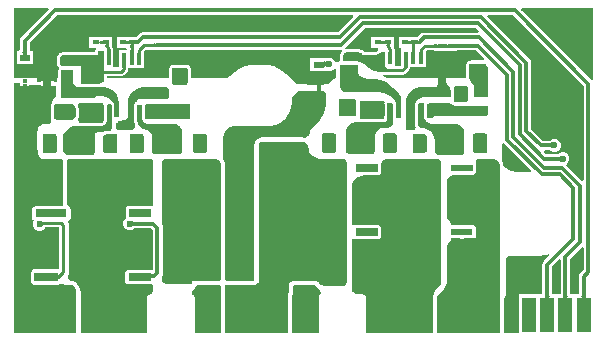
<source format=gtl>
G04*
G04 #@! TF.GenerationSoftware,Altium Limited,Altium Designer,22.5.1 (42)*
G04*
G04 Layer_Physical_Order=1*
G04 Layer_Color=255*
%FSLAX25Y25*%
%MOIN*%
G70*
G04*
G04 #@! TF.SameCoordinates,407AD2AB-4410-4D32-8071-BEDB4B14A2C6*
G04*
G04*
G04 #@! TF.FilePolarity,Positive*
G04*
G01*
G75*
%ADD10C,0.01000*%
%ADD13C,0.01181*%
%ADD44R,0.03543X0.02362*%
%ADD45R,0.03150X0.05906*%
%ADD46R,0.04803X0.03583*%
%ADD47R,0.03937X0.02756*%
%ADD48R,0.02362X0.01575*%
%ADD49R,0.01181X0.03937*%
%ADD50R,0.04724X0.11811*%
%ADD51R,0.02756X0.03937*%
%ADD52R,0.01575X0.01575*%
%ADD53R,0.03937X0.07874*%
%ADD54R,0.02756X0.02362*%
%ADD55R,0.15158X0.17126*%
%ADD56R,0.03150X0.02362*%
%ADD57C,0.00984*%
%ADD58R,0.07975X0.03148*%
%ADD59R,0.10397X0.02761*%
%ADD60R,0.07647X0.02794*%
%ADD61R,0.07833X0.02826*%
%ADD62R,0.07665X0.02585*%
%ADD63R,0.07665X0.02555*%
%ADD64R,0.07425X0.02465*%
%ADD65R,0.07064X0.02405*%
%ADD66R,0.19685X0.11811*%
%ADD67R,0.07874X0.11811*%
%ADD68C,0.02362*%
%ADD69C,0.03937*%
G36*
X370772Y384361D02*
X361561Y375151D01*
X361213Y374630D01*
X361091Y374016D01*
X361091Y374016D01*
Y370905D01*
X361088Y370866D01*
X361087Y370866D01*
X361037Y370850D01*
X360926Y370758D01*
X360806Y370678D01*
X360777Y370634D01*
X360736Y370600D01*
X360669Y370472D01*
X359941D01*
Y366142D01*
X365453D01*
Y370472D01*
X364725D01*
X364658Y370600D01*
X364617Y370634D01*
X364588Y370678D01*
X364468Y370758D01*
X364357Y370850D01*
X364306Y370866D01*
X364306Y370866D01*
X364302Y370905D01*
Y373351D01*
X373401Y382450D01*
X472014D01*
X472205Y381988D01*
X467020Y376802D01*
X402067D01*
X402067Y376802D01*
X401452Y376680D01*
X400932Y376332D01*
X399827Y375228D01*
X398524D01*
X398524Y375228D01*
X398369Y375197D01*
X397686D01*
X397650Y375204D01*
X397613Y375197D01*
X396678D01*
X396642Y375204D01*
X396605Y375197D01*
X393307D01*
Y371654D01*
X396369D01*
X396642Y371169D01*
X396482Y370866D01*
X394193D01*
Y367969D01*
X394164Y367823D01*
X394164Y367823D01*
Y365202D01*
X394058Y365096D01*
X392224D01*
Y369833D01*
X392232Y369870D01*
X392224Y369907D01*
Y370866D01*
X392224D01*
X392126Y371325D01*
X392048Y371719D01*
X391929Y371896D01*
Y375197D01*
X388631D01*
X388595Y375204D01*
X388558Y375197D01*
X384154D01*
Y371654D01*
X386287D01*
X386294Y371645D01*
X386452Y371335D01*
X386467Y371154D01*
X386448Y371135D01*
X386393Y371053D01*
X386323Y370983D01*
X386250Y370873D01*
X386212Y370782D01*
X386157Y370700D01*
X386107Y370577D01*
X386087Y370480D01*
X386049Y370389D01*
X386024Y370259D01*
X385549Y370098D01*
X381799D01*
X381702Y370079D01*
X381603Y370079D01*
X381538Y370066D01*
X381523Y370059D01*
X375378Y370059D01*
X375265Y370059D01*
X375168Y370040D01*
X375069D01*
X374848Y369996D01*
X374757Y369958D01*
X374659Y369939D01*
X374451Y369852D01*
X374369Y369798D01*
X374328Y369781D01*
X374306Y369774D01*
X374300Y369769D01*
X374277Y369760D01*
X374229Y369727D01*
X374159Y369657D01*
X374125Y369635D01*
X374108Y369608D01*
X374005Y369523D01*
X373703Y369148D01*
X373636Y369021D01*
X373556Y368902D01*
X373546Y368849D01*
X373521Y368801D01*
X373508Y368659D01*
X373480Y368518D01*
Y366353D01*
X373480Y366274D01*
X373499Y366177D01*
Y366078D01*
X373530Y365922D01*
X373568Y365831D01*
X373587Y365734D01*
X373648Y365587D01*
X373703Y365505D01*
X373741Y365414D01*
X373829Y365282D01*
X373899Y365212D01*
X373954Y365130D01*
X374010Y365074D01*
X374010Y365074D01*
X374010Y365074D01*
X374099Y364985D01*
X374121Y364874D01*
X373974Y364656D01*
X373898Y364272D01*
Y361426D01*
X373524D01*
Y360816D01*
Y360749D01*
X373498Y360618D01*
X373447Y360495D01*
X373373Y360384D01*
X373326Y360337D01*
X373286Y360297D01*
X373192Y360234D01*
X373087Y360191D01*
X372976Y360169D01*
X372464D01*
Y360474D01*
X367951D01*
Y360169D01*
X367244D01*
X367222Y360166D01*
X367194D01*
X367138Y360177D01*
X367086Y360199D01*
X367038Y360230D01*
X367018Y360250D01*
X367010Y360259D01*
X366981Y360288D01*
X366935Y360357D01*
X366903Y360433D01*
X366887Y360513D01*
Y360555D01*
Y361426D01*
X359271D01*
Y384823D01*
X370580D01*
X370772Y384361D01*
D02*
G37*
G36*
X514018Y377204D02*
X513811Y376704D01*
X495669D01*
X495055Y376582D01*
X494534Y376234D01*
X494534Y376234D01*
X493526Y375226D01*
X492543D01*
X492397Y375197D01*
X491764D01*
Y375197D01*
X491677Y375204D01*
X491641Y375197D01*
X490804D01*
X490768Y375204D01*
X490731Y375197D01*
X487433D01*
Y371654D01*
X488103D01*
X488122Y371162D01*
X488122D01*
Y368264D01*
X488093Y368118D01*
X488093Y368118D01*
Y365989D01*
X487692Y365588D01*
X486154D01*
Y370129D01*
X486161Y370165D01*
X486154Y370202D01*
Y370250D01*
X486155Y370269D01*
X486154Y370275D01*
Y371162D01*
X485993D01*
X485886Y371698D01*
X485858Y371740D01*
Y375197D01*
X482560D01*
X482524Y375204D01*
X482487Y375197D01*
X481552D01*
X481516Y375204D01*
X481479Y375197D01*
X478181D01*
Y371654D01*
X480426D01*
X480445Y371162D01*
X480445D01*
Y370653D01*
X480088Y370414D01*
X479607Y370215D01*
X479072Y370109D01*
X478811Y370096D01*
X476508D01*
X476414Y370100D01*
X476206Y370142D01*
X476034Y370213D01*
X475858Y370331D01*
X475788Y370394D01*
X475702Y370480D01*
X475620Y370534D01*
X475550Y370604D01*
X475308Y370766D01*
X475217Y370804D01*
X475134Y370859D01*
X474865Y370971D01*
X474768Y370990D01*
X474677Y371028D01*
X474391Y371085D01*
X474292D01*
X474195Y371104D01*
X470749D01*
X470746Y371104D01*
X470743Y371104D01*
X470685Y371104D01*
X469887D01*
X469790Y371084D01*
X469742D01*
X469646Y371203D01*
X469509Y371558D01*
X476069Y378119D01*
X513103D01*
X514018Y377204D01*
D02*
G37*
G36*
X397650Y372650D02*
X399327D01*
X399232Y372640D01*
X399147Y372610D01*
X399072Y372560D01*
X399007Y372490D01*
X398952Y372400D01*
X398907Y372290D01*
X398872Y372160D01*
X398847Y372010D01*
X398832Y371840D01*
X398827Y371650D01*
X397827D01*
X397825Y371840D01*
X397782Y372400D01*
X397763Y372490D01*
X397740Y372560D01*
X397713Y372610D01*
X397683Y372640D01*
X397650Y372650D01*
X397640Y372702D01*
X397610Y372749D01*
X397560Y372790D01*
X397490Y372826D01*
X397400Y372856D01*
X397290Y372881D01*
X397160Y372900D01*
X397148Y372902D01*
X397132Y372900D01*
X397002Y372881D01*
X396892Y372856D01*
X396801Y372826D01*
X396732Y372790D01*
X396682Y372749D01*
X396652Y372702D01*
X396642Y372650D01*
Y374201D01*
X396652Y374148D01*
X396682Y374101D01*
X396732Y374060D01*
X396801Y374024D01*
X396892Y373994D01*
X397002Y373969D01*
X397132Y373950D01*
X397144Y373949D01*
X397160Y373950D01*
X397290Y373969D01*
X397400Y373994D01*
X397490Y374024D01*
X397560Y374060D01*
X397610Y374101D01*
X397640Y374148D01*
X397650Y374201D01*
Y372650D01*
D02*
G37*
G36*
X482524Y372650D02*
X482514Y372702D01*
X482484Y372749D01*
X482434Y372790D01*
X482364Y372826D01*
X482274Y372856D01*
X482164Y372881D01*
X482034Y372900D01*
X482022Y372902D01*
X482006Y372900D01*
X481876Y372881D01*
X481766Y372856D01*
X481675Y372826D01*
X481605Y372790D01*
X481556Y372749D01*
X481526Y372702D01*
X481516Y372650D01*
Y374201D01*
X481526Y374148D01*
X481556Y374101D01*
X481605Y374060D01*
X481675Y374024D01*
X481766Y373994D01*
X481876Y373969D01*
X482006Y373950D01*
X482018Y373949D01*
X482034Y373950D01*
X482164Y373969D01*
X482274Y373994D01*
X482364Y374024D01*
X482434Y374060D01*
X482484Y374101D01*
X482514Y374148D01*
X482524Y374201D01*
Y372650D01*
D02*
G37*
G36*
X503488Y371567D02*
X503478Y371620D01*
X503448Y371666D01*
X503398Y371708D01*
X503328Y371743D01*
X503238Y371774D01*
X503128Y371798D01*
X502998Y371818D01*
X502986Y371819D01*
X502970Y371818D01*
X502840Y371798D01*
X502730Y371774D01*
X502640Y371743D01*
X502570Y371708D01*
X502520Y371666D01*
X502490Y371620D01*
X502480Y371567D01*
Y373118D01*
X502490Y373066D01*
X502520Y373019D01*
X502570Y372977D01*
X502640Y372942D01*
X502730Y372911D01*
X502840Y372887D01*
X502970Y372867D01*
X502982Y372866D01*
X502998Y372867D01*
X503128Y372887D01*
X503238Y372911D01*
X503328Y372942D01*
X503398Y372977D01*
X503448Y373019D01*
X503478Y373066D01*
X503488Y373118D01*
Y371567D01*
D02*
G37*
G36*
X388595Y372650D02*
X388586Y372702D01*
X388559Y372749D01*
X388514Y372790D01*
X388451Y372826D01*
X388370Y372856D01*
X388271Y372881D01*
X388155Y372900D01*
X388020Y372914D01*
X387697Y372925D01*
Y373925D01*
X387867Y373928D01*
X388155Y373950D01*
X388271Y373969D01*
X388370Y373994D01*
X388451Y374024D01*
X388514Y374060D01*
X388559Y374101D01*
X388586Y374148D01*
X388595Y374201D01*
Y372650D01*
D02*
G37*
G36*
X390730Y372642D02*
X390674Y372617D01*
X390625Y372575D01*
X390583Y372518D01*
X390547Y372443D01*
X390518Y372352D01*
X390495Y372245D01*
X390479Y372121D01*
X390469Y371981D01*
X390466Y371824D01*
X389466D01*
X389462Y371981D01*
X389436Y372245D01*
X389413Y372352D01*
X389384Y372443D01*
X389348Y372518D01*
X389306Y372575D01*
X389257Y372617D01*
X389201Y372642D01*
X389139Y372650D01*
X390792D01*
X390730Y372642D01*
D02*
G37*
G36*
X406114Y371764D02*
X406104Y371816D01*
X406074Y371863D01*
X406024Y371904D01*
X405954Y371940D01*
X405864Y371971D01*
X405754Y371995D01*
X405624Y372015D01*
X405474Y372028D01*
X405114Y372039D01*
Y373039D01*
X405304Y373042D01*
X405624Y373064D01*
X405754Y373083D01*
X405864Y373108D01*
X405954Y373138D01*
X406024Y373174D01*
X406074Y373216D01*
X406104Y373263D01*
X406114Y373315D01*
Y371764D01*
D02*
G37*
G36*
X412008Y373280D02*
X412043Y373248D01*
X412102Y373220D01*
X412185Y373197D01*
X412291Y373176D01*
X412421Y373160D01*
X412752Y373137D01*
X413177Y373130D01*
Y371949D01*
X412953Y371947D01*
X412291Y371903D01*
X412185Y371882D01*
X412102Y371858D01*
X412043Y371831D01*
X412008Y371799D01*
X411996Y371764D01*
Y373315D01*
X412008Y373280D01*
D02*
G37*
G36*
X408463Y373263D02*
X408493Y373216D01*
X408542Y373174D01*
X408613Y373138D01*
X408703Y373108D01*
X408813Y373083D01*
X408943Y373064D01*
X409039Y373055D01*
X409168Y373064D01*
X409298Y373083D01*
X409408Y373108D01*
X409498Y373138D01*
X409568Y373174D01*
X409618Y373216D01*
X409648Y373262D01*
X409658Y373315D01*
Y371764D01*
X409648Y371816D01*
X409618Y371863D01*
X409568Y371904D01*
X409498Y371940D01*
X409408Y371971D01*
X409298Y371995D01*
X409168Y372015D01*
X409071Y372024D01*
X408943Y372015D01*
X408813Y371995D01*
X408703Y371971D01*
X408613Y371940D01*
X408542Y371904D01*
X408493Y371863D01*
X408463Y371816D01*
X408453Y371764D01*
Y373315D01*
X408463Y373263D01*
D02*
G37*
G36*
X484682Y372641D02*
X484614Y372614D01*
X484554Y372569D01*
X484502Y372506D01*
X484458Y372425D01*
X484422Y372326D01*
X484394Y372209D01*
X484374Y372074D01*
X484362Y371921D01*
X484358Y371750D01*
X483358D01*
X483354Y371921D01*
X483342Y372074D01*
X483322Y372209D01*
X483294Y372326D01*
X483258Y372425D01*
X483214Y372506D01*
X483162Y372569D01*
X483102Y372614D01*
X483034Y372641D01*
X482958Y372650D01*
X484758D01*
X484682Y372641D01*
D02*
G37*
G36*
X490778Y374148D02*
X490808Y374101D01*
X490858Y374060D01*
X490928Y374024D01*
X491018Y373994D01*
X491128Y373969D01*
X491222Y373955D01*
X491317Y373969D01*
X491427Y373994D01*
X491517Y374024D01*
X491587Y374060D01*
X491637Y374101D01*
X491667Y374148D01*
X491677Y374201D01*
Y373928D01*
X491768Y373925D01*
Y372925D01*
X491677Y372924D01*
Y372650D01*
X493256D01*
X493161Y372640D01*
X493076Y372610D01*
X493001Y372560D01*
X492936Y372490D01*
X492881Y372400D01*
X492836Y372290D01*
X492801Y372160D01*
X492776Y372010D01*
X492761Y371840D01*
X492756Y371650D01*
X491756D01*
X491755Y371840D01*
X491706Y372610D01*
X491692Y372640D01*
X491677Y372650D01*
X491667Y372702D01*
X491637Y372749D01*
X491587Y372790D01*
X491517Y372826D01*
X491427Y372856D01*
X491317Y372881D01*
X491222Y372895D01*
X491128Y372881D01*
X491018Y372856D01*
X490928Y372826D01*
X490858Y372790D01*
X490808Y372749D01*
X490778Y372702D01*
X490768Y372650D01*
Y372922D01*
X490677Y372925D01*
Y373925D01*
X490768Y373926D01*
Y374201D01*
X490778Y374148D01*
D02*
G37*
G36*
X505838Y373083D02*
X505874Y373051D01*
X505933Y373024D01*
X506016Y373000D01*
X506122Y372979D01*
X506252Y372963D01*
X506582Y372940D01*
X507008Y372933D01*
Y371752D01*
X506783Y371750D01*
X506122Y371706D01*
X506016Y371685D01*
X505933Y371661D01*
X505874Y371634D01*
X505838Y371602D01*
X505827Y371567D01*
Y373118D01*
X505838Y373083D01*
D02*
G37*
G36*
X500142Y371567D02*
X500132Y371620D01*
X500102Y371666D01*
X500052Y371708D01*
X499982Y371743D01*
X499892Y371774D01*
X499782Y371798D01*
X499652Y371818D01*
X499502Y371831D01*
X499142Y371843D01*
Y372843D01*
X499332Y372845D01*
X499652Y372867D01*
X499782Y372887D01*
X499892Y372911D01*
X499982Y372942D01*
X500052Y372977D01*
X500102Y373019D01*
X500132Y373066D01*
X500142Y373118D01*
Y371567D01*
D02*
G37*
G36*
X495394Y370165D02*
X494236D01*
X494269Y370175D01*
X494297Y370205D01*
X494323Y370254D01*
X494345Y370323D01*
X494363Y370412D01*
X494379Y370521D01*
X494399Y370798D01*
X494406Y371153D01*
X495405D01*
X495394Y370165D01*
D02*
G37*
G36*
X492757Y370975D02*
X492806Y370205D01*
X492820Y370175D01*
X492835Y370165D01*
X491677D01*
X491692Y370175D01*
X491706Y370205D01*
X491717Y370255D01*
X491728Y370325D01*
X491743Y370525D01*
X491756Y371165D01*
X492756D01*
X492757Y370975D01*
D02*
G37*
G36*
X484990Y370938D02*
X485031Y370404D01*
X485049Y370318D01*
X485071Y370251D01*
X485096Y370203D01*
X485125Y370175D01*
X485157Y370165D01*
X484000D01*
X483998Y370175D01*
X483996Y370203D01*
X483989Y370633D01*
X483988Y371119D01*
X484988D01*
X484990Y370938D01*
D02*
G37*
G36*
X363293Y370925D02*
X363311Y370724D01*
X363340Y370547D01*
X363382Y370393D01*
X363435Y370264D01*
X363500Y370157D01*
X363577Y370075D01*
X363665Y370016D01*
X363766Y369980D01*
X363878Y369968D01*
X361516D01*
X361628Y369980D01*
X361728Y370016D01*
X361817Y370075D01*
X361894Y370157D01*
X361959Y370264D01*
X362012Y370393D01*
X362053Y370547D01*
X362083Y370724D01*
X362100Y370925D01*
X362106Y371149D01*
X363287D01*
X363293Y370925D01*
D02*
G37*
G36*
X398828Y370680D02*
X398877Y369910D01*
X398890Y369880D01*
X398905Y369870D01*
X397748D01*
X397763Y369880D01*
X397777Y369910D01*
X397788Y369960D01*
X397798Y370030D01*
X397814Y370230D01*
X397827Y370870D01*
X398827D01*
X398828Y370680D01*
D02*
G37*
G36*
X391150D02*
X391200Y369910D01*
X391213Y369880D01*
X391228Y369870D01*
X390071D01*
X390086Y369880D01*
X390099Y369910D01*
X390111Y369960D01*
X390121Y370030D01*
X390137Y370230D01*
X390150Y370870D01*
X391150D01*
X391150Y370680D01*
D02*
G37*
G36*
X401387Y370680D02*
X401436Y369910D01*
X401449Y369880D01*
X401464Y369870D01*
X400307D01*
X400322Y369880D01*
X400336Y369910D01*
X400347Y369960D01*
X400357Y370030D01*
X400373Y370230D01*
X400386Y370870D01*
X401386D01*
X401387Y370680D01*
D02*
G37*
G36*
X482610Y370166D02*
X482614Y370164D01*
Y365251D01*
X482626Y365019D01*
X482716Y364566D01*
X482893Y364138D01*
X482931Y364082D01*
X482664Y363582D01*
X480646D01*
X479493Y363811D01*
X478408Y364261D01*
X477431Y364914D01*
X477015Y365329D01*
X476698Y365617D01*
X475986Y366092D01*
X475195Y366420D01*
X474888Y366481D01*
X474714Y366741D01*
X474258Y367046D01*
X473721Y367153D01*
X469024D01*
X468966Y367241D01*
X468875Y367460D01*
X468828Y367693D01*
Y369079D01*
X468871Y369290D01*
X468953Y369490D01*
X469073Y369669D01*
X469149Y369745D01*
X469233Y369829D01*
X469432Y369962D01*
X469653Y370054D01*
X469887Y370100D01*
X470689D01*
X470749Y370100D01*
X474195D01*
X474481Y370044D01*
X474750Y369932D01*
X474993Y369770D01*
X475096Y369667D01*
X475096Y369667D01*
X475239Y369538D01*
X475558Y369324D01*
X475914Y369177D01*
X476291Y369102D01*
X476483Y369092D01*
X478836D01*
X479195Y369110D01*
X479900Y369250D01*
X480563Y369525D01*
X481161Y369924D01*
X481427Y370166D01*
X482610D01*
D02*
G37*
G36*
X388935Y370558D02*
X388996Y370533D01*
X389051Y370496D01*
X389075Y370472D01*
Y369907D01*
X389068Y369870D01*
X389075Y369833D01*
Y364961D01*
X389173D01*
Y361662D01*
Y361463D01*
X389096Y361074D01*
X388944Y360707D01*
X388723Y360377D01*
X388583Y360236D01*
X388395Y360049D01*
X387955Y359755D01*
X387501Y359566D01*
X381477D01*
X381473Y359571D01*
X381436Y359626D01*
X381411Y359687D01*
X381398Y359752D01*
Y359785D01*
Y365372D01*
X381382Y365382D01*
X381335Y365400D01*
X381285Y365410D01*
X381260Y365410D01*
X375620Y365411D01*
X375494Y365411D01*
X375248Y365459D01*
X375017Y365555D01*
X374808Y365695D01*
X374720Y365783D01*
X374663Y365839D01*
X374575Y365971D01*
X374515Y366118D01*
X374484Y366273D01*
X374484Y366353D01*
Y368518D01*
X374786Y368893D01*
X374835Y368925D01*
X375044Y369012D01*
X375265Y369056D01*
X375378Y369056D01*
X381672Y369056D01*
X381673Y369056D01*
X381734Y369082D01*
X381799Y369094D01*
X386434D01*
X386500Y369098D01*
X386629Y369123D01*
X386751Y369174D01*
X386861Y369247D01*
X386909Y369291D01*
X386932Y369316D01*
X386968Y369371D01*
X386993Y369431D01*
X387006Y369496D01*
X387008Y369529D01*
Y369997D01*
Y370063D01*
X387034Y370193D01*
X387084Y370316D01*
X387158Y370426D01*
X387205Y370472D01*
X387228Y370496D01*
X387283Y370533D01*
X387344Y370558D01*
X387409Y370571D01*
X388870D01*
X388935Y370558D01*
D02*
G37*
G36*
X499146Y370571D02*
X500105D01*
X500142Y370564D01*
X500179Y370571D01*
X502444D01*
X502480Y370564D01*
X502517Y370571D01*
X503452D01*
X503488Y370564D01*
X503525Y370571D01*
X505790D01*
X505827Y370564D01*
X505861Y370570D01*
X505895Y370566D01*
X505913Y370571D01*
X506823D01*
Y370737D01*
X513114D01*
X515914Y367937D01*
X515856Y367594D01*
X515717Y367387D01*
X511282D01*
X511254Y367381D01*
X511226Y367385D01*
X511063Y367343D01*
X510898Y367310D01*
X510874Y367295D01*
X510847Y367287D01*
X510656Y367196D01*
X510549Y367115D01*
X510432Y367048D01*
X510266Y366903D01*
X510163Y366770D01*
X510053Y366643D01*
X510044Y366616D01*
X510026Y366593D01*
X509982Y366431D01*
X509929Y366272D01*
X509878Y365866D01*
X509883Y365803D01*
X509870Y365740D01*
Y361926D01*
X509504Y361465D01*
X509435Y361426D01*
X504134Y361426D01*
Y361713D01*
X500984D01*
Y361713D01*
X499508D01*
Y361426D01*
X483601Y361426D01*
X482026Y362078D01*
X482126Y362578D01*
X482664D01*
X482792Y362604D01*
X483004Y362561D01*
X488319D01*
X488319Y362561D01*
X488898Y362677D01*
X489389Y363005D01*
X490676Y364292D01*
X490676Y364292D01*
X491005Y364783D01*
X491098Y365256D01*
X496390D01*
Y368153D01*
X496419Y368299D01*
X496419Y368299D01*
Y370527D01*
X496721Y370829D01*
X499146D01*
Y370571D01*
D02*
G37*
G36*
X405118Y370768D02*
X406078D01*
X406114Y370760D01*
X406151Y370768D01*
X408174D01*
X408416Y370768D01*
X408453Y370760D01*
X408661Y370768D01*
X408661Y370768D01*
X409621D01*
X409658Y370760D01*
X409694Y370768D01*
X411959D01*
X411996Y370760D01*
X412030Y370767D01*
X412064Y370763D01*
X412083Y370768D01*
X412992D01*
Y370934D01*
X468219D01*
X468219Y370934D01*
X468234Y370937D01*
X468378Y370738D01*
X468456Y370471D01*
X468363Y370378D01*
X468308Y370296D01*
X468238Y370226D01*
X468119Y370047D01*
X468081Y369956D01*
X468026Y369873D01*
X467943Y369674D01*
X467924Y369578D01*
X467886Y369486D01*
X467844Y369275D01*
Y369176D01*
X467825Y369079D01*
Y367693D01*
X467833Y367653D01*
X467782Y367435D01*
X467450Y367103D01*
X467429Y367096D01*
X467179Y367046D01*
X466868Y366838D01*
X466386Y366911D01*
X466273Y366968D01*
X466107Y367368D01*
X465498Y367977D01*
X464702Y368307D01*
X463841D01*
X463386Y368209D01*
X463106Y368300D01*
X462958Y368348D01*
X462945Y368351D01*
X462906Y368359D01*
X462858Y368384D01*
X462715Y368397D01*
X462574Y368425D01*
X462522Y368414D01*
X462468Y368419D01*
X462331Y368376D01*
X462190Y368348D01*
X462146Y368319D01*
X462094Y368303D01*
X461984Y368211D01*
X461981Y368209D01*
X457874D01*
Y363878D01*
X463386D01*
Y363878D01*
X463651Y364055D01*
X463841Y363976D01*
X464702D01*
X465498Y364306D01*
X465812Y364619D01*
X466312Y364412D01*
Y361426D01*
X466312Y361426D01*
X466203Y361421D01*
X465992Y361379D01*
X465792Y361296D01*
X465612Y361176D01*
X465532Y361103D01*
X464576Y360147D01*
X464136Y359853D01*
X463647Y359651D01*
X463128Y359547D01*
X462863Y359547D01*
X458685D01*
Y359055D01*
X458675Y359149D01*
X458646Y359232D01*
X458596Y359306D01*
X458526Y359370D01*
X458436Y359424D01*
X458327Y359469D01*
X458197Y359503D01*
X458048Y359528D01*
X457878Y359542D01*
X457689Y359547D01*
X454097D01*
X453577Y359651D01*
X453088Y359853D01*
X452648Y360147D01*
X452461Y360335D01*
X451990Y360806D01*
Y360806D01*
X451988Y360807D01*
X451971Y360824D01*
X451935Y360859D01*
X451933Y360860D01*
X451931Y360862D01*
X451655Y361127D01*
X450230Y362563D01*
X450000Y362795D01*
X449878Y362917D01*
X449878Y362917D01*
X449151Y363577D01*
X447521Y364666D01*
X445710Y365416D01*
X443787Y365798D01*
X442807Y365846D01*
X438985Y365846D01*
X438985Y365846D01*
X438004Y365798D01*
X436082Y365416D01*
X434271Y364666D01*
X432641Y363577D01*
X431914Y362917D01*
X431091Y362095D01*
X430600Y361767D01*
X430055Y361541D01*
X429476Y361426D01*
X429181Y361426D01*
X424016D01*
X418034D01*
Y364430D01*
X418001Y364598D01*
X417977Y364766D01*
X417822Y365201D01*
X417776Y365280D01*
Y365689D01*
X417436D01*
X417389Y365712D01*
X417308Y365772D01*
X417214Y365796D01*
X417127Y365838D01*
X416675Y365954D01*
X416549Y365961D01*
X416425Y365986D01*
X412167D01*
X412139Y365980D01*
X412111Y365984D01*
X411948Y365942D01*
X411783Y365910D01*
X411759Y365894D01*
X411731Y365887D01*
X411448Y365750D01*
X411377Y365697D01*
X411360Y365689D01*
X411004D01*
Y365332D01*
X410783Y364975D01*
X410755Y364899D01*
X410710Y364832D01*
X410687Y364717D01*
X410647Y364608D01*
X410650Y364527D01*
X410634Y364448D01*
Y361434D01*
X410134Y361426D01*
X390207Y361426D01*
X390177Y361463D01*
Y362069D01*
X394685D01*
X394685Y362069D01*
X395264Y362185D01*
X395755Y362513D01*
X396747Y363505D01*
X396747Y363505D01*
X397075Y363996D01*
X397190Y364575D01*
Y364961D01*
X397342D01*
Y364961D01*
X399311D01*
Y364961D01*
X402461D01*
Y369833D01*
X402468Y369870D01*
X402461Y369906D01*
Y370399D01*
X403088Y371026D01*
X405118D01*
Y370768D01*
D02*
G37*
G36*
X462586Y367309D02*
X462622Y367209D01*
X462682Y367120D01*
X462765Y367043D01*
X462873Y366978D01*
X463004Y366925D01*
X463159Y366884D01*
X463162Y366883D01*
X463242Y366905D01*
X463319Y366931D01*
X463388Y366962D01*
X463448Y366997D01*
X463500Y367036D01*
X463484Y366842D01*
X463541Y366837D01*
X463767Y366831D01*
Y365650D01*
X463541Y365644D01*
X463382Y365630D01*
X463362Y365388D01*
X463314Y365438D01*
X463258Y365482D01*
X463193Y365522D01*
X463119Y365556D01*
X463069Y365573D01*
X463004Y365555D01*
X462873Y365502D01*
X462765Y365437D01*
X462682Y365360D01*
X462622Y365272D01*
X462586Y365171D01*
X462574Y365059D01*
Y365648D01*
X462489Y365650D01*
X462574Y366529D01*
Y367421D01*
X462586Y367309D01*
D02*
G37*
G36*
X490243Y366243D02*
X490214Y366217D01*
X490189Y366172D01*
X490167Y366110D01*
X490149Y366030D01*
X490133Y365932D01*
X490113Y365683D01*
X490106Y365362D01*
X489106D01*
X489118Y366252D01*
X490275D01*
X490243Y366243D01*
D02*
G37*
G36*
X396314Y365947D02*
X396285Y365917D01*
X396260Y365867D01*
X396238Y365797D01*
X396219Y365707D01*
X396204Y365597D01*
X396184Y365317D01*
X396177Y364957D01*
X395177D01*
X395189Y365957D01*
X396346D01*
X396314Y365947D01*
D02*
G37*
G36*
X552146Y361052D02*
X551959Y360931D01*
X551646Y360861D01*
X528146Y384361D01*
X528337Y384823D01*
X552146D01*
Y361052D01*
D02*
G37*
G36*
X416876Y364866D02*
X417031Y364430D01*
Y360126D01*
X416991Y359925D01*
X416912Y359735D01*
X416798Y359564D01*
X416726Y359492D01*
X416649Y359415D01*
X416469Y359295D01*
X416268Y359212D01*
X416056Y359170D01*
X412795D01*
X412616Y359205D01*
X412447Y359275D01*
X412295Y359377D01*
X412231Y359441D01*
X412090Y359582D01*
X411868Y359914D01*
X411715Y360283D01*
X411637Y360675D01*
Y364448D01*
X411883Y364846D01*
X412167Y364982D01*
X416425D01*
X416876Y364866D01*
D02*
G37*
G36*
X409720Y358563D02*
X409720Y358563D01*
X409720Y358563D01*
X410176Y358457D01*
X410198Y358448D01*
X410363Y358338D01*
X410527Y358174D01*
X410674Y357954D01*
X410775Y357709D01*
X410827Y357450D01*
X410827Y357317D01*
X410827Y355536D01*
X410827Y355536D01*
X410827Y355436D01*
X410788Y355242D01*
X410712Y355058D01*
X410602Y354893D01*
X410438Y354729D01*
X410218Y354582D01*
X409973Y354481D01*
X409713Y354429D01*
X409581Y354429D01*
X400672D01*
X400672Y354429D01*
X400606Y354426D01*
X400477Y354400D01*
X400355Y354350D01*
X400246Y354277D01*
X400197Y354232D01*
Y354232D01*
X399997Y354012D01*
X399668Y353519D01*
X399637Y353445D01*
X399311D01*
Y352906D01*
X399270Y352845D01*
X399193Y352461D01*
Y347207D01*
X399213Y347110D01*
Y347011D01*
X399311Y346516D01*
Y345262D01*
X399311Y345262D01*
X399311Y345169D01*
X399275Y344988D01*
X399204Y344817D01*
X399101Y344664D01*
X398967Y344529D01*
X398805Y344421D01*
X398624Y344346D01*
X398432Y344308D01*
X398335Y344308D01*
X393811D01*
X393613Y344347D01*
X393426Y344424D01*
X393258Y344537D01*
X393146Y344649D01*
X393080Y344747D01*
X393036Y344855D01*
X393013Y344970D01*
Y345029D01*
X393012Y345267D01*
Y345585D01*
X393094Y345998D01*
X393255Y346387D01*
X393384Y346580D01*
X393701Y346949D01*
X393713Y346960D01*
X393713Y346961D01*
X393899Y347146D01*
X395177D01*
Y347673D01*
X395344Y347677D01*
X396020Y347677D01*
X396020Y347677D01*
X396020Y347677D01*
X396105Y347681D01*
X396272Y347714D01*
X396273Y347714D01*
X396369Y347754D01*
X396370Y347754D01*
X396431Y347780D01*
X396431Y347780D01*
X396462Y347801D01*
X396462Y347801D01*
X396471Y347807D01*
X396573Y347875D01*
X396573Y347875D01*
X396637Y347932D01*
X396720Y348016D01*
X396838Y348146D01*
X397033Y348438D01*
X397167Y348761D01*
X397235Y349105D01*
X397244Y349281D01*
X397244Y354485D01*
X397381Y355173D01*
X397650Y355822D01*
X398040Y356406D01*
X398996Y357363D01*
X399877Y357951D01*
X400856Y358356D01*
X401894Y358563D01*
X402424Y358563D01*
X409720Y358563D01*
X409720Y358563D01*
D02*
G37*
G36*
X503364Y359923D02*
X503364Y359923D01*
X503422Y359782D01*
X503422Y359782D01*
X503507Y359655D01*
X503507Y359655D01*
X503558Y359599D01*
X503589Y359567D01*
X503590Y359567D01*
X503918Y359210D01*
X504284Y358663D01*
X504576Y357958D01*
X504724Y357210D01*
X504724Y356829D01*
X504724Y356028D01*
X504724Y356028D01*
Y355928D01*
X504686Y355734D01*
X504610Y355550D01*
X504499Y355385D01*
X504382Y355268D01*
X504272Y355195D01*
X504150Y355144D01*
X504020Y355118D01*
X495323D01*
X495323Y355118D01*
X495126Y355108D01*
X494738Y355031D01*
X494373Y354880D01*
X494044Y354660D01*
X493898Y354528D01*
X493499Y354129D01*
X493389Y354008D01*
X493208Y353737D01*
X493083Y353436D01*
X493080Y353418D01*
X492998Y353294D01*
X492937Y353141D01*
X492904Y353091D01*
X492892Y353031D01*
X492854Y352940D01*
X492846Y352903D01*
X492846Y352804D01*
X492827Y352707D01*
Y348192D01*
X492756Y347835D01*
Y346331D01*
X492775Y346234D01*
Y346135D01*
X492851Y345756D01*
X492889Y345665D01*
X492908Y345568D01*
X493012Y345317D01*
Y345299D01*
X493012Y345299D01*
X493012Y345200D01*
X492973Y345005D01*
X492897Y344822D01*
X492787Y344657D01*
X492623Y344493D01*
X492403Y344346D01*
X492158Y344245D01*
X491898Y344193D01*
X491766Y344193D01*
X490476D01*
X490281Y344232D01*
X490098Y344308D01*
X489932Y344418D01*
X489815Y344535D01*
X489742Y344645D01*
X489691Y344767D01*
X489665Y344897D01*
X489665Y344963D01*
Y352298D01*
X489665Y352769D01*
X489665Y352769D01*
X489665Y352769D01*
X489665Y353397D01*
X489911Y354631D01*
X490392Y355793D01*
X491091Y356839D01*
X491816Y357564D01*
X492477Y358006D01*
X493211Y358310D01*
X493990Y358465D01*
X494387Y358465D01*
X499287Y358465D01*
X499386Y358469D01*
X499580Y358508D01*
X499580Y358508D01*
X499762Y358584D01*
X499927Y358693D01*
X500000Y358760D01*
X500066Y358833D01*
X500176Y358998D01*
X500252Y359180D01*
X500290Y359374D01*
X500295Y359473D01*
X500295Y360039D01*
X502658D01*
Y360039D01*
X503341D01*
X503364Y359923D01*
D02*
G37*
G36*
X515952Y366337D02*
X516173Y366245D01*
X516371Y366112D01*
X516456Y366028D01*
X516605Y365879D01*
X516838Y365530D01*
X516999Y365141D01*
X517081Y364729D01*
Y355412D01*
X517081D01*
X517038Y355369D01*
X516936Y355301D01*
X516823Y355255D01*
X516704Y355231D01*
X512435D01*
X512417Y355249D01*
Y358180D01*
X512403Y358466D01*
X512291Y359026D01*
X512073Y359553D01*
X511756Y360028D01*
X511564Y360240D01*
X511400Y360404D01*
X511142Y360789D01*
X510964Y361218D01*
X510874Y361673D01*
Y365740D01*
X510925Y366147D01*
X511091Y366292D01*
X511282Y366383D01*
X515717D01*
X515952Y366337D01*
D02*
G37*
G36*
X510164Y358700D02*
X510275Y358589D01*
X510335Y358444D01*
Y358366D01*
Y354232D01*
Y354115D01*
X510245Y353898D01*
X510079Y353732D01*
X509862Y353642D01*
X506024D01*
X505879Y353702D01*
X505769Y353812D01*
X505709Y353957D01*
Y354035D01*
Y355832D01*
X505728Y355928D01*
Y356028D01*
X505728Y356028D01*
X505728Y356829D01*
X505728Y357210D01*
X505709Y357307D01*
Y358366D01*
Y358444D01*
X505769Y358589D01*
X505879Y358700D01*
X506024Y358760D01*
X510019D01*
X510164Y358700D01*
D02*
G37*
G36*
X473043Y354033D02*
X473004Y353839D01*
Y348857D01*
X472522Y348721D01*
X467914D01*
X467733Y348795D01*
X467595Y348934D01*
X467520Y349115D01*
Y354449D01*
X467535Y354485D01*
X467562Y354513D01*
X467598Y354528D01*
X472657D01*
X473043Y354033D01*
D02*
G37*
G36*
X378839Y360382D02*
X378848Y360185D01*
X378925Y359797D01*
X379077Y359432D01*
X379296Y359103D01*
X379429Y358957D01*
X379429Y358957D01*
X379527Y358868D01*
X379746Y358722D01*
X379989Y358621D01*
X380248Y358570D01*
X380380Y358563D01*
X389459D01*
X390368Y358382D01*
X391225Y358028D01*
X391995Y357513D01*
X392323Y357185D01*
X392744Y356764D01*
X393406Y355773D01*
X393862Y354672D01*
X394094Y353504D01*
Y348551D01*
X393899D01*
X393634Y348498D01*
X393368Y348446D01*
X393365Y348444D01*
X393362Y348444D01*
X393334Y348425D01*
X392637D01*
Y352412D01*
X392618Y352509D01*
X392618Y352608D01*
X392611Y352644D01*
X392601Y352668D01*
X392600Y352694D01*
X392568Y352760D01*
X392561Y352796D01*
X392527Y352847D01*
X392526Y352848D01*
X392461Y353006D01*
X392443Y353024D01*
X392432Y353047D01*
X392391Y353126D01*
X392358Y353189D01*
X392358Y353190D01*
X392224Y353445D01*
X392126Y353543D01*
X392126Y353543D01*
X391648Y354022D01*
X391302Y354335D01*
X390528Y354852D01*
X389667Y355209D01*
X388753Y355391D01*
X388287Y355413D01*
X386597D01*
X386542Y355411D01*
X386531Y355410D01*
X386531Y355410D01*
X386402Y355384D01*
X386402Y355384D01*
X386280Y355334D01*
X386280Y355334D01*
X386171Y355261D01*
X386122Y355217D01*
X386122D01*
X386122Y355217D01*
X385739Y354933D01*
X385583Y354869D01*
X385353Y354823D01*
X374902D01*
Y364272D01*
X378839D01*
Y360382D01*
D02*
G37*
G36*
X504543Y353022D02*
X504729Y352945D01*
X504896Y352834D01*
X504967Y352763D01*
X505061Y352677D01*
X505273Y352536D01*
X505508Y352438D01*
X505757Y352389D01*
X505884Y352383D01*
X516709D01*
X516817Y352361D01*
X516918Y352319D01*
X517009Y352258D01*
X517048Y352220D01*
X517074Y352194D01*
X517114Y352133D01*
X517142Y352066D01*
X517156Y351994D01*
Y349662D01*
X517121Y349483D01*
X517051Y349314D01*
X516950Y349162D01*
X516885Y349098D01*
X516827Y349040D01*
X516690Y348948D01*
X516538Y348885D01*
X516377Y348853D01*
X499499D01*
X499447Y348851D01*
X499345Y348830D01*
X499249Y348791D01*
X499162Y348733D01*
X499124Y348698D01*
X499041Y348615D01*
X498846Y348484D01*
X498629Y348395D01*
X498399Y348349D01*
X496961D01*
X496932Y348392D01*
X496862Y348462D01*
X496807Y348544D01*
X496803Y348547D01*
Y352562D01*
X497005Y353043D01*
X497280Y353061D01*
X504346D01*
X504543Y353022D01*
D02*
G37*
G36*
X473721Y363410D02*
X473725Y363311D01*
X473764Y363117D01*
X473840Y362934D01*
X473949Y362770D01*
X474016Y362697D01*
X474382Y362365D01*
X475204Y361816D01*
X476117Y361438D01*
X477086Y361245D01*
X477580Y361221D01*
X479422D01*
X481354Y360836D01*
X483173Y360082D01*
X484811Y358988D01*
X485508Y358292D01*
X487303Y356496D01*
X487514Y356285D01*
X487845Y355790D01*
X488073Y355240D01*
X488189Y354655D01*
Y354358D01*
Y348130D01*
X486567D01*
Y352707D01*
X486547Y352804D01*
X486547Y352903D01*
X486540Y352940D01*
X486534Y352953D01*
X486534Y352968D01*
X486499Y353045D01*
X486490Y353091D01*
X486456Y353142D01*
X486390Y353302D01*
X486380Y353312D01*
X486374Y353325D01*
X486319Y353402D01*
Y353438D01*
X486311Y353603D01*
X486246Y353926D01*
X486121Y354230D01*
X485938Y354504D01*
X485827Y354626D01*
X485240Y355157D01*
X483926Y356036D01*
X482465Y356641D01*
X480914Y356949D01*
X480124Y356988D01*
X469102D01*
X469037Y357001D01*
X468976Y357026D01*
X468921Y357063D01*
X468898Y357087D01*
X468617Y357367D01*
X468176Y358028D01*
X467872Y358762D01*
X467717Y359541D01*
Y359938D01*
Y365748D01*
X473721D01*
Y363410D01*
D02*
G37*
G36*
X482367Y353763D02*
X482640Y353405D01*
X482591Y353159D01*
Y348187D01*
X482559Y348110D01*
X482480Y348031D01*
X482317Y347868D01*
X482303Y347862D01*
X482201Y347842D01*
X482161Y347840D01*
X474896Y347840D01*
X474785Y347952D01*
X474601Y348227D01*
X474474Y348533D01*
X474409Y348857D01*
Y353839D01*
X482263D01*
X482367Y353763D01*
D02*
G37*
G36*
X417717Y347835D02*
X403271D01*
X403076Y347873D01*
X402893Y347949D01*
X402833Y347989D01*
X402808Y348026D01*
X402797Y348083D01*
X402739Y348222D01*
X402683Y348505D01*
X402677Y348637D01*
Y352461D01*
X403108Y352854D01*
X417717D01*
Y347835D01*
D02*
G37*
G36*
X378208Y352922D02*
X378667Y352732D01*
X379080Y352456D01*
X379353Y352183D01*
X379507Y351953D01*
X379612Y351697D01*
X379666Y351426D01*
Y348714D01*
X379641Y348586D01*
X379591Y348466D01*
X379519Y348358D01*
X379473Y348312D01*
X379289Y348128D01*
X378856Y347838D01*
X378375Y347639D01*
X377864Y347537D01*
X373596D01*
X373364Y347584D01*
X373146Y347674D01*
X372950Y347805D01*
X372867Y347888D01*
X372731Y348024D01*
X372519Y348342D01*
X372373Y348695D01*
X372298Y349070D01*
Y352196D01*
X372289Y352224D01*
X372536Y352622D01*
X372923Y352894D01*
X373098Y352966D01*
X373360Y353018D01*
X377721D01*
X378208Y352922D01*
D02*
G37*
G36*
X485556Y352744D02*
X485563Y352707D01*
Y347835D01*
X485602D01*
Y346748D01*
X485602Y346748D01*
X485602Y346652D01*
X485565Y346463D01*
X485491Y346285D01*
X485384Y346125D01*
X485316Y346057D01*
X485018Y345759D01*
X485018Y345759D01*
X484801Y345542D01*
X484292Y345202D01*
X483726Y344967D01*
X483125Y344848D01*
X481653D01*
X481653Y344848D01*
X481515Y344841D01*
X481243Y344787D01*
X480988Y344681D01*
X480757Y344527D01*
X480655Y344434D01*
X480347Y344094D01*
X479838Y343333D01*
X479488Y342487D01*
X479309Y341589D01*
X479287Y341131D01*
Y337387D01*
X479287Y337387D01*
X479287Y337226D01*
X479222Y336911D01*
X479095Y336616D01*
X478910Y336352D01*
X478793Y336242D01*
X470940Y336242D01*
X470626Y336304D01*
X470329Y336427D01*
X470062Y336605D01*
X469949Y336719D01*
X469911Y336757D01*
X469851Y336846D01*
X469810Y336945D01*
X469790Y337049D01*
Y343460D01*
X469790Y343460D01*
X469822Y343946D01*
X469917Y344426D01*
X470167Y345029D01*
X470451Y345454D01*
X470760Y345802D01*
Y345802D01*
X471102Y346113D01*
X471584Y346434D01*
X472227Y346701D01*
X472909Y346836D01*
X473256Y346836D01*
X482186Y346836D01*
X482186Y346836D01*
X482324Y346843D01*
X482595Y346897D01*
X482596Y346897D01*
X482651Y346920D01*
X482773Y346971D01*
X482804Y346983D01*
X482804Y346983D01*
X482851Y347003D01*
X482852Y347003D01*
X483081Y347157D01*
X483184Y347250D01*
X483184Y347250D01*
X483274Y347349D01*
X483421Y347570D01*
X483422Y347570D01*
X483453Y347645D01*
X483523Y347816D01*
X483527Y347835D01*
X483595D01*
Y353159D01*
X485260D01*
X485556Y352744D01*
D02*
G37*
G36*
X388500Y353124D02*
X388623Y353073D01*
X388733Y353000D01*
X388779Y352953D01*
X388826Y352906D01*
X388900Y352796D01*
X388951Y352674D01*
X388976Y352544D01*
Y352478D01*
Y347424D01*
Y347358D01*
X388951Y347228D01*
X388900Y347106D01*
X388826Y346996D01*
X388779Y346949D01*
X388663Y346832D01*
X388387Y346648D01*
X388082Y346521D01*
X387757Y346457D01*
X381936D01*
X381546Y346534D01*
X381179Y346686D01*
X380849Y346907D01*
X380709Y347047D01*
X380638Y347117D01*
X380528Y347283D01*
X380452Y347466D01*
X380413Y347661D01*
Y347760D01*
Y347890D01*
X380426Y347909D01*
X380463Y348000D01*
X380518Y348082D01*
X380568Y348202D01*
X380587Y348299D01*
X380625Y348391D01*
X380651Y348518D01*
Y348617D01*
X380670Y348714D01*
Y351426D01*
X380651Y351523D01*
Y351621D01*
X380597Y351893D01*
X380559Y351984D01*
X380540Y352081D01*
X380434Y352337D01*
X380413Y352367D01*
Y352461D01*
Y352617D01*
Y352650D01*
X380426Y352715D01*
X380452Y352776D01*
X380488Y352831D01*
X380512Y352854D01*
X380582Y352924D01*
X380747Y353035D01*
X380931Y353111D01*
X381125Y353150D01*
X388370D01*
X388500Y353124D01*
D02*
G37*
G36*
X391627Y352449D02*
X391634Y352412D01*
Y347539D01*
X391732D01*
Y346311D01*
X391716Y346272D01*
X391634Y345859D01*
Y345720D01*
X391607Y345585D01*
Y345267D01*
X391607Y345264D01*
X391607Y345261D01*
X391608Y345026D01*
Y344970D01*
X391635Y344834D01*
Y344696D01*
X391642Y344658D01*
X391579Y344507D01*
X391432Y344286D01*
X391339Y344193D01*
X391175Y344029D01*
X390831Y343799D01*
X388976D01*
Y343504D01*
X387032D01*
X386933Y343499D01*
X386739Y343460D01*
X386557Y343385D01*
X386392Y343275D01*
X386319Y343209D01*
X386252Y343135D01*
X386143Y342971D01*
X386067Y342788D01*
X386029Y342595D01*
X386024Y342496D01*
Y336834D01*
X385985Y336639D01*
X385909Y336456D01*
X385799Y336291D01*
X385611Y336104D01*
X385484Y336018D01*
X377196Y336018D01*
X376969Y335973D01*
X376739Y335942D01*
X376719Y335930D01*
X376652Y335958D01*
X376322Y336178D01*
X376017Y336483D01*
X375760Y336868D01*
X375583Y337296D01*
X375492Y337751D01*
Y342065D01*
X375595Y342584D01*
X375798Y343073D01*
X376092Y343514D01*
X376279Y343701D01*
X376279D01*
X377384Y344805D01*
X377566Y344987D01*
X377994Y345273D01*
X378470Y345470D01*
X378975Y345571D01*
X381300D01*
X381350Y345550D01*
X381740Y345472D01*
X381839D01*
X381936Y345453D01*
X387757D01*
X387854Y345472D01*
X387953D01*
X388277Y345537D01*
X388369Y345575D01*
X388465Y345594D01*
X388771Y345721D01*
X388854Y345776D01*
X388945Y345813D01*
X389220Y345997D01*
X389290Y346067D01*
X389372Y346122D01*
X389489Y346239D01*
X389489Y346239D01*
X389536Y346286D01*
X389591Y346368D01*
X389661Y346438D01*
X389734Y346548D01*
X389772Y346639D01*
X389827Y346722D01*
X389878Y346844D01*
X389897Y346941D01*
X389935Y347032D01*
X389961Y347162D01*
Y347261D01*
X389980Y347358D01*
Y352544D01*
X390314Y352808D01*
X390413Y352854D01*
X391325D01*
X391627Y352449D01*
D02*
G37*
G36*
X459055Y357185D02*
Y357087D01*
X462205D01*
X462205Y357087D01*
Y357087D01*
X462205Y357087D01*
X462668Y356998D01*
X462725Y356960D01*
X462865Y356820D01*
X462909Y356755D01*
X463030Y356430D01*
X463091Y356177D01*
X463091Y356177D01*
X463091Y355699D01*
X463091Y353463D01*
X463091Y352569D01*
X462742Y350816D01*
X462058Y349165D01*
X461065Y347679D01*
X460433Y347047D01*
X460433Y347047D01*
X460433Y347047D01*
X458025Y344639D01*
X457947Y344553D01*
X457818Y344359D01*
X457728Y344144D01*
X457728Y344144D01*
X457683Y343916D01*
X457677Y343799D01*
X457677Y343799D01*
X457677Y343799D01*
X457677Y343372D01*
X457677Y343239D01*
X457625Y342980D01*
X457524Y342735D01*
X457377Y342515D01*
X457073Y342211D01*
X456577Y341880D01*
X456027Y341652D01*
X456017Y341650D01*
X455973Y341668D01*
X455942Y341674D01*
X455893Y341674D01*
X455846Y341690D01*
X455387Y341748D01*
X455298Y341742D01*
X455210Y341759D01*
X455209Y341759D01*
X441895Y341759D01*
X441763Y341759D01*
X441627Y341732D01*
X441489D01*
X441229Y341681D01*
X441101Y341628D01*
X440966Y341601D01*
X440721Y341499D01*
X440606Y341423D01*
X440478Y341370D01*
X440258Y341222D01*
X440160Y341125D01*
X440045Y341048D01*
X439952Y340954D01*
X439951Y340954D01*
X439951Y340954D01*
X439881Y340884D01*
X439804Y340769D01*
X439707Y340671D01*
X439596Y340506D01*
X439543Y340378D01*
X439466Y340263D01*
X439390Y340079D01*
X439363Y339944D01*
X439310Y339816D01*
X439272Y339621D01*
Y339483D01*
X439245Y339347D01*
X439245Y294050D01*
X439233Y294042D01*
X439062Y293972D01*
X438847Y293929D01*
X438755Y293925D01*
X429822D01*
X429747Y293957D01*
X429635Y294052D01*
X429443Y294388D01*
X429505Y294697D01*
Y294836D01*
X429532Y294972D01*
X429532Y295130D01*
X429532Y332638D01*
Y332818D01*
X429505Y332954D01*
Y333092D01*
X429435Y333444D01*
X429382Y333572D01*
X429355Y333707D01*
X429218Y334039D01*
X429141Y334154D01*
X429088Y334282D01*
X428888Y334580D01*
X428856Y334613D01*
Y341442D01*
X428856Y341866D01*
X429022Y342698D01*
X429347Y343482D01*
X429818Y344188D01*
X430352Y344722D01*
X430902Y345090D01*
X431514Y345343D01*
X432163Y345472D01*
X432494D01*
X432494Y345472D01*
X444066D01*
X444725Y345505D01*
X446018Y345762D01*
X447235Y346266D01*
X448330Y346998D01*
X448819Y347441D01*
X448988Y347610D01*
X449614Y348301D01*
X450649Y349850D01*
X451362Y351572D01*
X451726Y353399D01*
X451772Y354331D01*
X451772Y354331D01*
Y354588D01*
X451872Y355093D01*
X452069Y355569D01*
X452355Y355997D01*
X452943Y356585D01*
X453383Y356879D01*
X453873Y357082D01*
X454392Y357185D01*
X454657D01*
X454657Y357185D01*
X459055Y357185D01*
D02*
G37*
G36*
X455209Y340354D02*
X455209Y340354D01*
X455210D01*
X455668Y340296D01*
X455700Y340290D01*
X456005Y340163D01*
X456281Y339979D01*
X456657Y339603D01*
X456657Y339603D01*
Y339603D01*
X456954Y339231D01*
X457040Y339104D01*
X457201Y338714D01*
X457283Y338301D01*
X457283Y338090D01*
X457296Y337834D01*
X457396Y337332D01*
X457592Y336858D01*
X457877Y336432D01*
X458049Y336242D01*
X458366Y335925D01*
X458684Y335637D01*
X459396Y335161D01*
X460187Y334834D01*
X461027Y334667D01*
X461455Y334646D01*
X468518D01*
X468996Y334646D01*
X469350Y334452D01*
X469451Y334388D01*
X469587Y334252D01*
X469587Y334252D01*
X469704Y334135D01*
X469887Y333860D01*
X470014Y333554D01*
X470079Y333229D01*
X470079Y333064D01*
X470079Y293905D01*
X470079Y293905D01*
X470079Y293739D01*
X470014Y293414D01*
X469887Y293109D01*
X469704Y292834D01*
X469446Y292576D01*
X469116Y292355D01*
X468749Y292203D01*
X468360Y292126D01*
X468161Y292126D01*
X462931D01*
X462427Y292226D01*
X461951Y292424D01*
X461523Y292709D01*
X460925Y293307D01*
Y293307D01*
X460925Y293307D01*
X460803Y293418D01*
X460529Y293601D01*
X460225Y293727D01*
X459902Y293791D01*
X459737Y293799D01*
X452033Y293799D01*
X452033Y293799D01*
X451901Y293793D01*
X451643Y293741D01*
X451400Y293640D01*
X451180Y293494D01*
X451083Y293406D01*
X450994Y293308D01*
X450848Y293089D01*
X450747Y292845D01*
X450695Y292587D01*
X450689Y292455D01*
Y289961D01*
X450405D01*
Y276594D01*
X429539D01*
Y289961D01*
X429429D01*
Y292060D01*
X429528Y292520D01*
X438789D01*
X439020Y292531D01*
X439472Y292621D01*
X439898Y292797D01*
X440282Y293054D01*
X440453Y293209D01*
X440497Y293257D01*
X440570Y293367D01*
X440621Y293489D01*
X440646Y293618D01*
X440650Y293684D01*
X440650Y339347D01*
X440688Y339542D01*
X440764Y339725D01*
X440875Y339890D01*
X440945Y339961D01*
X441039Y340054D01*
X441259Y340201D01*
X441503Y340303D01*
X441763Y340354D01*
X441895Y340354D01*
X455209Y340354D01*
X455209Y340354D01*
D02*
G37*
G36*
X538353Y338232D02*
X538303Y338277D01*
X538243Y338317D01*
X538176Y338352D01*
X538100Y338383D01*
X538015Y338409D01*
X537922Y338430D01*
X537821Y338447D01*
X537711Y338459D01*
X537465Y338468D01*
Y339649D01*
X537592Y339651D01*
X537821Y339670D01*
X537922Y339687D01*
X538015Y339708D01*
X538100Y339734D01*
X538176Y339765D01*
X538243Y339800D01*
X538303Y339841D01*
X538353Y339885D01*
Y338232D01*
D02*
G37*
G36*
X548985Y358981D02*
Y327505D01*
X548523Y327313D01*
X543261Y332576D01*
X543312Y332834D01*
X543921Y333443D01*
X544251Y334239D01*
Y335100D01*
X543921Y335896D01*
X543312Y336505D01*
X542516Y336835D01*
X541655D01*
X540859Y336505D01*
X540642Y336288D01*
X540618Y336283D01*
X540587Y336278D01*
X540551Y336275D01*
X536567D01*
X535851Y336991D01*
X536042Y337453D01*
X537677D01*
X537686Y337452D01*
X537730Y337445D01*
X537753Y337439D01*
X537970Y337223D01*
X538766Y336893D01*
X539627D01*
X540423Y337223D01*
X541032Y337832D01*
X541362Y338628D01*
Y339489D01*
X541032Y340285D01*
X540423Y340894D01*
X539627Y341224D01*
X538766D01*
X537970Y340894D01*
X537753Y340678D01*
X537730Y340672D01*
X537699Y340667D01*
X537662Y340664D01*
X535425D01*
X531527Y344563D01*
Y366634D01*
X531405Y367248D01*
X531057Y367769D01*
X531057Y367769D01*
X516838Y381988D01*
X517030Y382450D01*
X525516D01*
X548985Y358981D01*
D02*
G37*
G36*
X466151Y342975D02*
X466401Y342726D01*
X466535Y342401D01*
Y342224D01*
Y337598D01*
Y337422D01*
X466401Y337097D01*
X466151Y336847D01*
X465826Y336713D01*
X462383D01*
X462165Y336803D01*
X461999Y336969D01*
X461909Y337186D01*
Y337303D01*
Y342913D01*
Y342952D01*
X461939Y343025D01*
X461995Y343080D01*
X462067Y343110D01*
X465826D01*
X466151Y342975D01*
D02*
G37*
G36*
X516476Y343020D02*
X516642Y342854D01*
X516732Y342637D01*
Y342520D01*
Y336909D01*
Y336870D01*
X516702Y336798D01*
X516647Y336742D01*
X516575Y336713D01*
X512816D01*
X512490Y336847D01*
X512241Y337097D01*
X512106Y337422D01*
Y337598D01*
X512106D01*
Y342224D01*
Y342401D01*
X512241Y342726D01*
X512490Y342975D01*
X512816Y343110D01*
X516259D01*
X516476Y343020D01*
D02*
G37*
G36*
X486358D02*
X486524Y342854D01*
X486614Y342637D01*
Y342520D01*
Y336909D01*
Y336870D01*
X486584Y336798D01*
X486529Y336742D01*
X486456Y336713D01*
X482698D01*
X482372Y336847D01*
X482123Y337097D01*
X481988Y337422D01*
Y337598D01*
X481988D01*
Y342224D01*
Y342401D01*
X482123Y342726D01*
X482372Y342975D01*
X482698Y343110D01*
X486141D01*
X486358Y343020D01*
D02*
G37*
G36*
X496270Y342877D02*
X496519Y342628D01*
X496654Y342302D01*
Y342126D01*
X496654D01*
Y337500D01*
Y337324D01*
X496519Y336998D01*
X496270Y336749D01*
X495944Y336614D01*
X492501D01*
X492284Y336704D01*
X492118Y336870D01*
X492028Y337087D01*
Y337205D01*
Y342815D01*
Y342854D01*
X492058Y342927D01*
X492113Y342982D01*
X492185Y343012D01*
X495944D01*
X496270Y342877D01*
D02*
G37*
G36*
X423140D02*
X423389Y342628D01*
X423524Y342302D01*
Y342126D01*
X423524D01*
Y337500D01*
Y337324D01*
X423389Y336998D01*
X423140Y336749D01*
X422814Y336614D01*
X419371D01*
X419154Y336704D01*
X418988Y336870D01*
X418898Y337087D01*
Y337205D01*
Y342815D01*
Y342854D01*
X418928Y342927D01*
X418983Y342982D01*
X419055Y343012D01*
X422814D01*
X423140Y342877D01*
D02*
G37*
G36*
X401978D02*
X402227Y342628D01*
X402362Y342302D01*
Y342126D01*
X402362D01*
Y337500D01*
Y337324D01*
X402227Y336998D01*
X401978Y336749D01*
X401653Y336614D01*
X398209D01*
X397992Y336704D01*
X397826Y336870D01*
X397736Y337087D01*
Y337205D01*
Y342815D01*
Y342854D01*
X397766Y342927D01*
X397822Y342982D01*
X397894Y343012D01*
X401653D01*
X401978Y342877D01*
D02*
G37*
G36*
X372943D02*
X373192Y342628D01*
X373327Y342302D01*
Y342126D01*
X373327D01*
Y337500D01*
Y337324D01*
X373192Y336998D01*
X372943Y336749D01*
X372617Y336614D01*
X369174D01*
X368957Y336704D01*
X368791Y336870D01*
X368701Y337087D01*
Y337205D01*
Y342815D01*
Y342854D01*
X368731Y342927D01*
X368786Y342982D01*
X368859Y343012D01*
X372617D01*
X372943Y342877D01*
D02*
G37*
G36*
X393248Y342922D02*
X393414Y342756D01*
X393504Y342539D01*
Y342421D01*
Y336811D01*
Y336772D01*
X393474Y336700D01*
X393419Y336644D01*
X393346Y336614D01*
X389588D01*
X389262Y336749D01*
X389013Y336998D01*
X388878Y337324D01*
Y337500D01*
X388878D01*
Y342126D01*
Y342302D01*
X388960Y342500D01*
X388976D01*
X389360Y342577D01*
X389686Y342794D01*
X389687Y342796D01*
X390831D01*
X390928Y342815D01*
X391026D01*
X391118Y342853D01*
X391215Y342872D01*
X391297Y342927D01*
X391388Y342965D01*
X391459Y343012D01*
X393031D01*
X393248Y342922D01*
D02*
G37*
G36*
X401673Y348612D02*
X401685Y348382D01*
X401775Y347929D01*
X401870Y347699D01*
Y347539D01*
X401936D01*
X401951Y347503D01*
X402207Y347120D01*
X402362Y346949D01*
X402533Y346794D01*
X402917Y346538D01*
X403343Y346361D01*
X403795Y346271D01*
X404026Y346260D01*
X412734D01*
X413253Y346157D01*
X413742Y345954D01*
X414183Y345660D01*
X414370Y345472D01*
X414534Y345309D01*
X414791Y344923D01*
X414969Y344495D01*
X415059Y344041D01*
Y336925D01*
X415033Y336795D01*
X414983Y336673D01*
X414909Y336563D01*
X414862Y336516D01*
X414792Y336445D01*
X414627Y336335D01*
X414443Y336259D01*
X414249Y336221D01*
X405822D01*
X405693Y336246D01*
X405570Y336297D01*
X405460Y336370D01*
X405413Y336417D01*
X405367Y336464D01*
X405293Y336574D01*
X405242Y336697D01*
X405217Y336826D01*
Y342160D01*
X405210Y342291D01*
X405159Y342550D01*
X405058Y342793D01*
X404911Y343012D01*
X404823Y343110D01*
X403711Y344222D01*
X403694Y344237D01*
X403655Y344263D01*
X403612Y344281D01*
X403567Y344290D01*
X403543Y344291D01*
X403239D01*
X402642Y344410D01*
X402080Y344643D01*
X401727Y344879D01*
X401359Y345196D01*
X401359D01*
X400984Y345571D01*
X400797Y345758D01*
X400503Y346198D01*
X400300Y346688D01*
X400197Y347207D01*
Y352461D01*
X401673D01*
Y348612D01*
D02*
G37*
G36*
X495799Y353030D02*
Y347835D01*
X496098D01*
X496347Y347462D01*
X496501Y347291D01*
X496501Y347291D01*
X496546Y347246D01*
X496833Y346986D01*
X497477Y346556D01*
X498193Y346259D01*
X498952Y346108D01*
X499339Y346089D01*
X507076D01*
X507379Y346029D01*
X507664Y345911D01*
X507921Y345739D01*
X508030Y345630D01*
X508281Y345379D01*
X508675Y344789D01*
X508947Y344134D01*
X509085Y343438D01*
Y336982D01*
X509036Y336735D01*
X508940Y336503D01*
X508800Y336293D01*
X508711Y336204D01*
X508622Y336115D01*
X508413Y335976D01*
X508180Y335879D01*
X507933Y335830D01*
X501203D01*
X501166Y335845D01*
X500629Y335952D01*
X500554D01*
X500178Y336108D01*
X499779Y336375D01*
X499609Y336545D01*
X499556Y336597D01*
X499473Y336721D01*
X499416Y336858D01*
X499388Y337004D01*
Y340431D01*
X499365Y340893D01*
X499185Y341797D01*
X498832Y342649D01*
X498319Y343416D01*
X498009Y343759D01*
X497760Y343984D01*
X497201Y344358D01*
X496581Y344615D01*
X495922Y344746D01*
X495586Y344762D01*
X495059D01*
X494845Y344805D01*
X494643Y344888D01*
X494461Y345010D01*
X494384Y345087D01*
Y345087D01*
X494334Y345137D01*
X494198Y345273D01*
X493983Y345595D01*
X493835Y345952D01*
X493760Y346331D01*
Y347835D01*
X493831D01*
Y352707D01*
X493838Y352744D01*
X494122Y353177D01*
X495787D01*
X495799Y353030D01*
D02*
G37*
G36*
X501063Y334367D02*
X501395Y334035D01*
X501575Y333601D01*
Y333366D01*
Y293406D01*
X501575Y293406D01*
X501575Y293218D01*
X501448Y292864D01*
X501210Y292573D01*
X500888Y292380D01*
X500703Y292344D01*
X500278Y291872D01*
X499575Y290814D01*
X499091Y289640D01*
X498847Y288394D01*
X498817Y287759D01*
X498817Y276594D01*
X476397D01*
Y288386D01*
X476321Y288770D01*
X476103Y289095D01*
X475778Y289313D01*
X475394Y289389D01*
X475090D01*
X474748Y289457D01*
X474518Y289469D01*
X474047Y289469D01*
X473782Y289469D01*
X473263Y289572D01*
X472773Y289774D01*
X472333Y290069D01*
X472029Y290373D01*
X471845Y290648D01*
X471718Y290954D01*
X471654Y291279D01*
Y307671D01*
X471740Y307911D01*
X472276Y308032D01*
X472401Y307949D01*
X472785Y307873D01*
X480450D01*
X480834Y307949D01*
X481160Y308167D01*
X481377Y308492D01*
X481454Y308876D01*
Y311461D01*
X481377Y311845D01*
X481160Y312171D01*
X480834Y312388D01*
X480450Y312465D01*
X472785D01*
X472644Y312437D01*
X471810Y312437D01*
X471654Y312872D01*
Y325590D01*
X471654Y325590D01*
X471698Y326072D01*
X471754Y326353D01*
X471951Y326828D01*
X472237Y327256D01*
X472407Y327426D01*
X472419Y327438D01*
X472760Y327780D01*
X472760Y327780D01*
X472760Y327780D01*
X473106Y328125D01*
X473918Y328668D01*
X474821Y329042D01*
X475779Y329232D01*
X476268Y329232D01*
X480577Y329232D01*
X480577Y329232D01*
X480577Y329232D01*
X480617Y329234D01*
X480695Y329250D01*
X480695Y329250D01*
X480768Y329280D01*
X480768Y329280D01*
X480834Y329324D01*
X480835Y329324D01*
X480864Y329351D01*
X481190Y329569D01*
X481407Y329894D01*
X481484Y330278D01*
Y332833D01*
X481484Y332957D01*
X481532Y333200D01*
X481627Y333428D01*
X481764Y333634D01*
X482227Y334097D01*
X482557Y334318D01*
X482924Y334470D01*
X483314Y334547D01*
X483512Y334547D01*
X500629Y334547D01*
X501063Y334367D01*
D02*
G37*
G36*
X541242Y333842D02*
X541191Y333887D01*
X541132Y333928D01*
X541065Y333963D01*
X540989Y333994D01*
X540904Y334020D01*
X540811Y334041D01*
X540709Y334057D01*
X540599Y334069D01*
X540354Y334079D01*
Y335260D01*
X540481Y335262D01*
X540709Y335281D01*
X540811Y335298D01*
X540904Y335319D01*
X540989Y335345D01*
X541065Y335376D01*
X541132Y335411D01*
X541191Y335451D01*
X541242Y335496D01*
Y333842D01*
D02*
G37*
G36*
X531497Y330679D02*
X531306Y330217D01*
X526311Y330217D01*
X525208Y330436D01*
X524168Y330867D01*
X523233Y331492D01*
X522601Y332124D01*
X522233Y332674D01*
X521980Y333286D01*
X521850Y333935D01*
X521850Y334266D01*
Y339644D01*
X522103Y339783D01*
X522350Y339825D01*
X531497Y330679D01*
D02*
G37*
G36*
X404143Y334613D02*
X404423Y334614D01*
X404941Y334399D01*
X405337Y334003D01*
X405478Y333663D01*
X405551Y333205D01*
Y333205D01*
X405551D01*
X405551Y333205D01*
Y319322D01*
X405540Y319299D01*
X405063Y318951D01*
X405051Y318951D01*
X404955Y318970D01*
X397308D01*
X396923Y318894D01*
X396598Y318676D01*
X396380Y318351D01*
X396304Y317967D01*
Y315173D01*
X396380Y314789D01*
X396410Y314744D01*
X395901Y314234D01*
X395571Y313438D01*
Y312576D01*
X395901Y311781D01*
X396510Y311171D01*
X397305Y310842D01*
X398167D01*
X398963Y311171D01*
X399201Y311409D01*
X399220Y311414D01*
X399249Y311419D01*
X399287Y311422D01*
X404667D01*
X405284Y310805D01*
Y297893D01*
X404983Y297646D01*
X397150D01*
X396766Y297569D01*
X396440Y297352D01*
X396223Y297026D01*
X396146Y296642D01*
Y293816D01*
X396223Y293432D01*
X396440Y293107D01*
X396766Y292889D01*
X397150Y292813D01*
X404983D01*
X405020Y292820D01*
X405518Y292434D01*
X405512Y291549D01*
X405512Y291218D01*
X405383Y290569D01*
X405129Y289958D01*
X404762Y289407D01*
X404744Y289389D01*
X404528D01*
X404144Y289313D01*
X403818Y289095D01*
X403601Y288770D01*
X403524Y288386D01*
Y276594D01*
X381299D01*
X381299Y289604D01*
X381273Y290131D01*
X381068Y291164D01*
X380664Y292138D01*
X380079Y293015D01*
X379724Y293406D01*
X379627Y293494D01*
X379408Y293640D01*
X379231Y293714D01*
X379164Y293741D01*
X379164Y293741D01*
X378906Y293793D01*
X378774Y293799D01*
X378774Y293799D01*
X378774Y293799D01*
X378774Y293799D01*
X378271D01*
X378076Y293838D01*
X377893Y293914D01*
X377728Y294024D01*
X377658Y294094D01*
X377564Y294188D01*
X377417Y294408D01*
X377315Y294653D01*
X377264Y294913D01*
X377264Y295045D01*
Y295970D01*
X377360Y296113D01*
X377505Y296846D01*
X377505Y296846D01*
Y312402D01*
X377360Y313134D01*
X377264Y313278D01*
Y313824D01*
X377568Y314028D01*
X377873Y314483D01*
X377980Y315021D01*
Y317782D01*
X377873Y318320D01*
X377568Y318776D01*
X377252Y318987D01*
X377112Y319080D01*
X376815Y319140D01*
Y334229D01*
X377037Y334473D01*
X377196Y334614D01*
X404143Y334613D01*
D02*
G37*
G36*
X401535Y317358D02*
X401602Y317303D01*
X401679Y317252D01*
X401762Y317208D01*
X401851Y317171D01*
X401947Y317140D01*
X402048Y317116D01*
X402156Y317099D01*
X402270Y317089D01*
X402390Y317086D01*
X402345Y316086D01*
X402225Y316082D01*
X402111Y316073D01*
X402002Y316057D01*
X401899Y316036D01*
X401802Y316007D01*
X401710Y315973D01*
X401624Y315932D01*
X401544Y315886D01*
X401535Y315879D01*
Y315586D01*
X401525Y315681D01*
X401495Y315766D01*
X401457Y315822D01*
X401400Y315773D01*
X401404Y315879D01*
X401375Y315906D01*
X401285Y315961D01*
X401175Y316006D01*
X401045Y316041D01*
X400895Y316066D01*
X400725Y316081D01*
X400603Y316084D01*
X400532Y316083D01*
X400212Y316060D01*
X400082Y316039D01*
X399972Y316014D01*
X399882Y315982D01*
X399812Y315944D01*
X399776Y315913D01*
X399782Y315773D01*
X399726Y315821D01*
X399722Y315797D01*
Y315825D01*
X399712Y315833D01*
X399638Y315886D01*
X399557Y315932D01*
X399471Y315973D01*
X399379Y316007D01*
X399282Y316036D01*
X399179Y316057D01*
X399070Y316073D01*
X398956Y316082D01*
X398836Y316086D01*
X398791Y317086D01*
X398911Y317089D01*
X399025Y317099D01*
X399133Y317116D01*
X399234Y317140D01*
X399330Y317171D01*
X399419Y317208D01*
X399502Y317252D01*
X399579Y317303D01*
X399650Y317361D01*
X399714Y317425D01*
X399722Y317235D01*
Y317348D01*
X399732Y317298D01*
X399762Y317254D01*
X399812Y317214D01*
X399882Y317180D01*
X399972Y317151D01*
X400082Y317128D01*
X400212Y317109D01*
X400362Y317096D01*
X400633Y317088D01*
X400725Y317091D01*
X400895Y317106D01*
X401045Y317131D01*
X401175Y317166D01*
X401285Y317211D01*
X401375Y317266D01*
X401445Y317331D01*
X401465Y317360D01*
X401467Y317425D01*
X401492Y317401D01*
X401495Y317406D01*
X401525Y317491D01*
X401535Y317586D01*
Y317358D01*
D02*
G37*
G36*
X398616Y313805D02*
X398676Y313766D01*
X398744Y313731D01*
X398820Y313701D01*
X398905Y313676D01*
X398998Y313655D01*
X399100Y313639D01*
X399210Y313627D01*
X399456Y313618D01*
X399479Y312437D01*
X399352Y312435D01*
X399124Y312415D01*
X399023Y312398D01*
X398930Y312376D01*
X398846Y312350D01*
X398770Y312318D01*
X398703Y312282D01*
X398644Y312241D01*
X398594Y312195D01*
X398565Y313848D01*
X398616Y313805D01*
D02*
G37*
G36*
X513878Y334547D02*
X518948Y334547D01*
X518948Y334547D01*
X518948Y334547D01*
X518948D01*
X519408Y334495D01*
X519536Y334470D01*
X519903Y334318D01*
X520234Y334097D01*
X520374Y333957D01*
X520546Y333784D01*
X520818Y333379D01*
X521004Y332928D01*
X521099Y332450D01*
Y332206D01*
X521099Y276594D01*
X500222D01*
X500222Y287726D01*
X500245Y288225D01*
X500416Y289093D01*
X500621Y289401D01*
X502235Y291014D01*
X502485Y291290D01*
X502548Y291385D01*
X502898Y291909D01*
X503183Y292596D01*
X503328Y293326D01*
X503346Y293698D01*
X503346Y305128D01*
X503346D01*
X503396Y305608D01*
X503437Y305814D01*
X503614Y306242D01*
X503872Y306627D01*
X504035Y306791D01*
X504254Y307033D01*
X504616Y307574D01*
X504829Y308088D01*
X505008Y308053D01*
X507919D01*
X508140Y307962D01*
X509001D01*
X509222Y308053D01*
X512072D01*
X512456Y308129D01*
X512782Y308347D01*
X512999Y308672D01*
X513076Y309056D01*
Y311461D01*
X512999Y311845D01*
X512782Y312171D01*
X512456Y312388D01*
X512072Y312465D01*
X505008D01*
X504909Y312914D01*
X504735Y313333D01*
X504483Y313710D01*
X504331Y313878D01*
X503973Y314236D01*
X503673Y314611D01*
X503590Y314735D01*
X503429Y315124D01*
X503346Y315537D01*
X503346Y315748D01*
Y326673D01*
X503346Y326673D01*
X503373Y327162D01*
X503401Y327357D01*
X503555Y327789D01*
X503725Y328074D01*
X504035Y328445D01*
X504404Y328761D01*
X504741Y328987D01*
X505292Y329215D01*
X505746Y329305D01*
X512012D01*
X512396Y329381D01*
X512443Y329413D01*
X512506Y329439D01*
X512655Y329538D01*
X512722Y329599D01*
X512788Y329672D01*
X512897Y329835D01*
X512925Y329904D01*
X512939Y329924D01*
X512944Y329948D01*
X512972Y330017D01*
X513011Y330210D01*
X513016Y330308D01*
X513016Y330308D01*
Y332773D01*
X513016Y332773D01*
X513016Y333833D01*
X513016Y333833D01*
X513196Y334259D01*
X513272Y334335D01*
X513428Y334439D01*
X513601Y334511D01*
X513784Y334547D01*
X513878Y334547D01*
D02*
G37*
G36*
X537559Y302389D02*
X535687Y300518D01*
X535339Y299997D01*
X535217Y299382D01*
X535217Y299382D01*
Y289567D01*
X527374D01*
Y276594D01*
X522443D01*
Y288298D01*
X522670Y288704D01*
X522842Y288961D01*
X522962Y289252D01*
X523024Y289561D01*
X523032Y289718D01*
X523032Y301575D01*
X523032Y301575D01*
Y301575D01*
X523407Y301874D01*
X523732Y302076D01*
X524272Y302278D01*
X524841Y302372D01*
X525129Y302362D01*
X534402Y302362D01*
X534872Y302362D01*
X534872Y302362D01*
X534872Y302362D01*
X535564Y302396D01*
X536921Y302666D01*
X537275Y302813D01*
X537559Y302389D01*
D02*
G37*
G36*
X401543Y296163D02*
Y294717D01*
X401599Y294661D01*
X401588Y294652D01*
X401579Y294646D01*
X401570Y294643D01*
X401563Y294643D01*
X401557Y294647D01*
X401552Y294654D01*
X401548Y294665D01*
X401545Y294679D01*
X401543Y294696D01*
X401543Y294717D01*
X400764Y295496D01*
X400912Y295643D01*
X401511Y296172D01*
X401535Y296177D01*
X401543Y296163D01*
D02*
G37*
G36*
X404680Y296388D02*
X404714Y296340D01*
X404771Y296298D01*
X404850Y296262D01*
X404953Y296231D01*
X405078Y296206D01*
X405226Y296187D01*
X405591Y296164D01*
X405807Y296161D01*
Y294980D01*
X405589Y294975D01*
X405394Y294958D01*
X405222Y294931D01*
X405072Y294893D01*
X404946Y294843D01*
X404842Y294783D01*
X404761Y294712D01*
X404703Y294629D01*
X404668Y294536D01*
X404656Y294432D01*
X404668Y296441D01*
X404680Y296388D01*
D02*
G37*
G36*
X425816Y334663D02*
X426063Y334663D01*
X426549Y334566D01*
X427006Y334377D01*
X427418Y334102D01*
X427593Y333927D01*
X427593Y333927D01*
X427720Y333800D01*
X427920Y333502D01*
X428057Y333170D01*
X428127Y332818D01*
Y332638D01*
X428127Y295129D01*
X428127Y294972D01*
X428065Y294662D01*
X427945Y294370D01*
X427809Y294167D01*
X427420Y293898D01*
X418840Y293898D01*
X418807Y293896D01*
X418742Y293883D01*
X418682Y293858D01*
X418627Y293821D01*
X418602Y293799D01*
X418565Y293758D01*
X418558Y293750D01*
X418558Y293750D01*
X418485Y293641D01*
X418485Y293641D01*
X418434Y293519D01*
X418434Y293519D01*
X418409Y293390D01*
X418405Y293324D01*
X418247Y293029D01*
X417815Y292825D01*
X417336Y292825D01*
X410158D01*
X409746Y292907D01*
X409357Y293069D01*
X409007Y293302D01*
X408741Y293568D01*
X408557Y293843D01*
X408430Y294149D01*
X408366Y294473D01*
Y295320D01*
X408744Y295885D01*
X408897Y296654D01*
Y311470D01*
X408744Y312238D01*
X408366Y312804D01*
Y333242D01*
X408381Y333558D01*
Y333620D01*
X408405Y333742D01*
X408453Y333856D01*
X408522Y333959D01*
X408565Y334003D01*
X408565Y334003D01*
X408801Y334239D01*
X409112Y334447D01*
X409458Y334590D01*
X409825Y334663D01*
X410012D01*
Y334663D01*
X425816Y334663D01*
D02*
G37*
G36*
X548985Y304980D02*
Y297516D01*
X547892Y296423D01*
X547544Y295901D01*
X547422Y295287D01*
X547422Y295287D01*
Y289567D01*
X544530D01*
Y301180D01*
X548523Y305172D01*
X548985Y304980D01*
D02*
G37*
G36*
X541319Y300955D02*
Y289567D01*
X538428D01*
Y298717D01*
X540857Y301146D01*
X541319Y300955D01*
D02*
G37*
G36*
X549624Y289527D02*
X549641Y289327D01*
X549671Y289149D01*
X549712Y288996D01*
X549765Y288866D01*
X549830Y288760D01*
X549907Y288677D01*
X549996Y288618D01*
X550096Y288582D01*
X550208Y288571D01*
X547846D01*
X547958Y288582D01*
X548059Y288618D01*
X548147Y288677D01*
X548224Y288760D01*
X548289Y288866D01*
X548342Y288996D01*
X548384Y289149D01*
X548413Y289327D01*
X548431Y289527D01*
X548437Y289752D01*
X549618D01*
X549624Y289527D01*
D02*
G37*
G36*
X543521D02*
X543539Y289327D01*
X543569Y289149D01*
X543610Y288996D01*
X543663Y288866D01*
X543728Y288760D01*
X543805Y288677D01*
X543893Y288618D01*
X543994Y288582D01*
X544106Y288571D01*
X541744D01*
X541856Y288582D01*
X541956Y288618D01*
X542045Y288677D01*
X542122Y288760D01*
X542187Y288866D01*
X542240Y288996D01*
X542281Y289149D01*
X542311Y289327D01*
X542328Y289527D01*
X542334Y289752D01*
X543515D01*
X543521Y289527D01*
D02*
G37*
G36*
X537419D02*
X537437Y289327D01*
X537466Y289149D01*
X537507Y288996D01*
X537561Y288866D01*
X537626Y288760D01*
X537702Y288677D01*
X537791Y288618D01*
X537891Y288582D01*
X538004Y288571D01*
X535641D01*
X535754Y288582D01*
X535854Y288618D01*
X535943Y288677D01*
X536019Y288760D01*
X536084Y288866D01*
X536137Y288996D01*
X536179Y289149D01*
X536208Y289327D01*
X536226Y289527D01*
X536232Y289752D01*
X537413D01*
X537419Y289527D01*
D02*
G37*
G36*
X459193Y292394D02*
X459669Y292197D01*
X460168Y291864D01*
X460532Y291535D01*
X460532Y291535D01*
Y291535D01*
X460856Y291178D01*
X461194Y290673D01*
X461472Y290000D01*
X461525Y289732D01*
X461248Y289316D01*
X461230Y289313D01*
X460905Y289095D01*
X460687Y288770D01*
X460611Y288386D01*
Y276594D01*
X451810D01*
Y289158D01*
X451987Y289423D01*
X452094Y289961D01*
Y292190D01*
X452162Y292236D01*
X452545Y292394D01*
X459193Y292394D01*
D02*
G37*
G36*
X427886Y292335D02*
X428045Y292163D01*
X428024Y292060D01*
Y289961D01*
X428131Y289423D01*
X428134Y289419D01*
Y276594D01*
X419311D01*
Y288386D01*
X419234Y288770D01*
X419017Y289095D01*
X418691Y289313D01*
X418349Y289381D01*
X418475Y290016D01*
X418804Y290811D01*
X419282Y291527D01*
X419587Y291831D01*
X419821Y292065D01*
X420371Y292432D01*
X420516Y292493D01*
X427420Y292493D01*
X427567Y292522D01*
X427640Y292523D01*
X427886Y292335D01*
D02*
G37*
G36*
X361122Y358858D02*
X364272D01*
Y359149D01*
X364335Y359219D01*
X364772Y359410D01*
X364920Y359311D01*
X365267Y359167D01*
X365635Y359094D01*
X365823Y359085D01*
X367951D01*
Y358801D01*
X371100D01*
Y358801D01*
X372464D01*
Y358801D01*
X372964Y358838D01*
X372972Y358835D01*
X373187Y358685D01*
X373197Y358636D01*
X373197Y358573D01*
X373197Y355773D01*
X373197Y355773D01*
Y355690D01*
X373165Y355528D01*
X373102Y355375D01*
X373010Y355238D01*
X372951Y355179D01*
X372933Y355161D01*
X372891Y355132D01*
X372845Y355110D01*
X372796Y355096D01*
X372771Y355094D01*
X372497Y354792D01*
X372045Y354115D01*
X371734Y353363D01*
X371695Y353166D01*
X371689Y353160D01*
X371687Y353155D01*
X371683Y353151D01*
X371436Y352753D01*
X371422Y352714D01*
X371396Y352682D01*
X371353Y352532D01*
X371299Y352387D01*
X371300Y352345D01*
X371289Y352306D01*
X371299Y352218D01*
X371294Y352196D01*
Y349070D01*
X371314Y348973D01*
Y348874D01*
X371388Y348499D01*
X371426Y348408D01*
X371445Y348311D01*
X371555Y348046D01*
Y347268D01*
X371555Y347268D01*
X371555Y347169D01*
X371516Y346974D01*
X371440Y346790D01*
X371330Y346625D01*
X371166Y346462D01*
X370946Y346314D01*
X370701Y346213D01*
X370442Y346161D01*
X369044D01*
X369044Y346161D01*
X368846Y346152D01*
X368459Y346075D01*
X368093Y345923D01*
X367765Y345704D01*
X367618Y345571D01*
X367463Y345400D01*
X367207Y345016D01*
X367030Y344590D01*
X366940Y344138D01*
X366929Y343908D01*
X366929Y337775D01*
X366954Y337320D01*
X367136Y336426D01*
X367488Y335585D01*
X367980Y334857D01*
X367999Y334830D01*
X368307Y334493D01*
X368307Y334493D01*
X371656Y334528D01*
X374866Y334528D01*
X374925Y334528D01*
X375043Y334505D01*
X375153Y334459D01*
X375253Y334393D01*
X375295Y334350D01*
X375365Y334280D01*
X375410Y334213D01*
Y319140D01*
X375027Y318786D01*
X366177D01*
X365793Y318710D01*
X365468Y318492D01*
X365250Y318166D01*
X365174Y317782D01*
Y315021D01*
X365250Y314637D01*
X365468Y314312D01*
X365782Y314082D01*
X365453Y313286D01*
Y312425D01*
X365782Y311629D01*
X366391Y311020D01*
X367187Y310690D01*
X368049D01*
X368845Y311020D01*
X369454Y311629D01*
X369514Y311774D01*
X374077D01*
Y298313D01*
X373863Y297854D01*
X365888D01*
X365504Y297778D01*
X365178Y297561D01*
X364961Y297235D01*
X364884Y296851D01*
Y293704D01*
X364961Y293319D01*
X365178Y292994D01*
X365504Y292776D01*
X365888Y292700D01*
X373863D01*
X374216Y292770D01*
X375795Y292758D01*
X375815Y292726D01*
X375816Y292726D01*
X375859Y292664D01*
X375860Y292663D01*
X375907Y292604D01*
X375908Y292602D01*
X375958Y292547D01*
X375984Y292520D01*
X375984Y292520D01*
X377641Y292520D01*
X377674Y292513D01*
X377802Y292460D01*
X377997Y292421D01*
X378135D01*
X378271Y292394D01*
X378735D01*
X378747Y292392D01*
X378968Y292148D01*
X379419Y291473D01*
X379717Y290755D01*
X379823Y290221D01*
Y276594D01*
X359271D01*
Y341292D01*
Y344704D01*
Y359744D01*
X361122Y359744D01*
Y358858D01*
D02*
G37*
%LPC*%
G36*
X381398Y367258D02*
X381393Y367243D01*
X381398Y367193D01*
Y367258D01*
D02*
G37*
G36*
Y367189D02*
X381387Y367138D01*
X381398Y367087D01*
Y367189D01*
D02*
G37*
%LPD*%
D10*
X370074Y295079D02*
X373824D01*
X369312Y295841D02*
X370074Y295079D01*
X373824D02*
X375590Y296846D01*
X367613Y295299D02*
X368155Y295841D01*
X369312D01*
X403535Y349953D02*
X414370D01*
X413272Y361796D02*
X414390Y362913D01*
X413272Y360637D02*
Y361796D01*
X489008Y373425D02*
X489008Y373425D01*
X402461Y372539D02*
X407283D01*
X410827D01*
X398566Y316586D02*
X403085D01*
X368885Y313287D02*
X374705D01*
X367618Y312856D02*
X367879Y313116D01*
X368714D02*
X368885Y313287D01*
X367879Y313116D02*
X368714D01*
X374705Y313287D02*
X375590Y312402D01*
Y296846D02*
Y312402D01*
X387697Y373425D02*
X390157D01*
X390650Y367914D02*
Y371140D01*
X389966Y373233D02*
X390157Y373425D01*
X389966Y371824D02*
Y373233D01*
Y371824D02*
X390650Y371140D01*
X480346Y373425D02*
X483693D01*
X483693Y373425D01*
X483858Y373260D01*
Y371750D02*
Y373260D01*
X484488Y368299D02*
X484579Y368209D01*
X484488Y368299D02*
Y371119D01*
X483858Y371750D02*
X484488Y371119D01*
X501311Y372342D02*
X504658D01*
X496095D02*
X501311D01*
X504658D02*
X504658Y372342D01*
X492543Y373713D02*
X494283D01*
X492256Y373425D02*
X492543Y373713D01*
X494906Y371153D02*
X496095Y372342D01*
X494906Y368299D02*
Y371153D01*
X476016Y358662D02*
X482807D01*
X487138Y354331D01*
X471894Y362291D02*
X472976D01*
X475138Y359540D02*
Y360130D01*
X470602Y363583D02*
X471894Y362291D01*
X475138Y359540D02*
X476016Y358662D01*
X472976Y362291D02*
X475138Y360130D01*
X398553Y316573D02*
X398566Y316586D01*
X403085D02*
X403097Y316598D01*
X374116Y349233D02*
X374377Y349494D01*
X376560D01*
X377362Y350295D01*
X507836Y356988D02*
X507906D01*
X506958Y355161D02*
Y356110D01*
X507836Y356988D01*
X488319Y364075D02*
X489606Y365362D01*
Y368118D02*
X489697Y368209D01*
X489606Y365362D02*
Y368118D01*
X483004Y364075D02*
X488319D01*
X482020Y365059D02*
X483004Y364075D01*
X482020Y365059D02*
Y368209D01*
X489008Y373425D02*
X492256D01*
Y368209D02*
Y373425D01*
X494815Y368209D02*
X494906Y368299D01*
X482020Y368209D02*
X482020Y368209D01*
X477295Y368209D02*
X482020D01*
X494717Y356988D02*
X502591D01*
X492256Y354528D02*
X494717Y356988D01*
X492256Y350787D02*
Y354528D01*
X487138Y350787D02*
Y354331D01*
X398327Y367914D02*
Y373425D01*
X400886Y367913D02*
Y370965D01*
X402461Y372539D01*
X388090Y367913D02*
X388090Y367914D01*
Y364370D02*
Y367914D01*
Y364370D02*
X388878Y363583D01*
X388000Y350197D02*
X388090Y350287D01*
Y350492D01*
X398327Y373425D02*
X398327Y373425D01*
X394980Y373425D02*
X398327D01*
X383391Y367840D02*
X383465Y367913D01*
X383317Y361953D02*
X383391Y362027D01*
Y367840D01*
X382825Y356545D02*
X382874Y356496D01*
X395677Y364575D02*
Y367823D01*
X395768Y367913D01*
X382874Y350197D02*
X388000D01*
X393209Y350492D02*
Y353839D01*
X382874Y356496D02*
X390551D01*
X393209Y353839D01*
X377018Y356938D02*
Y361953D01*
X383465Y367913D02*
X388090D01*
X388878Y363583D02*
X394685D01*
X395677Y364575D01*
X377411Y356545D02*
X382825D01*
X377362Y356594D02*
X377411Y356545D01*
X377018Y356938D02*
X377362Y356594D01*
X398327Y350492D02*
Y354331D01*
X403445Y350043D02*
X403535Y349953D01*
X403445Y350043D02*
Y350492D01*
X398327Y354331D02*
X400295Y356299D01*
X408268D01*
D13*
X460630Y366339D02*
X460728Y366240D01*
X464173D02*
X464272Y366142D01*
X460728Y366240D02*
X464173D01*
X549027Y282677D02*
Y295287D01*
X550591Y296850D01*
Y359646D01*
X526181Y384055D02*
X550591Y359646D01*
X514665Y381890D02*
X529921Y366634D01*
X504658Y372342D02*
X513779D01*
X527756Y342815D02*
Y365737D01*
X474378Y381890D02*
X514665D01*
X513768Y379724D02*
X527756Y365737D01*
X513779Y372342D02*
X523425Y362697D01*
Y341021D02*
Y362697D01*
X514173Y375098D02*
X525591Y363681D01*
X475405Y379724D02*
X513768D01*
X495669Y375098D02*
X514173D01*
X529921Y343898D02*
Y366634D01*
X525591Y341918D02*
Y363681D01*
X467685Y375197D02*
X474378Y381890D01*
X494283Y373713D02*
X495669Y375098D01*
X362697Y374016D02*
X372736Y384055D01*
X468219Y372539D02*
X475405Y379724D01*
X372736Y384055D02*
X526181D01*
X402067Y375197D02*
X467685D01*
X410827Y372539D02*
X468219D01*
X362697Y368602D02*
Y374016D01*
X542925Y282677D02*
Y301845D01*
X536823Y282677D02*
Y299382D01*
X545462Y308021D01*
X401673Y295571D02*
X405807D01*
X397736Y313007D02*
X397757Y313028D01*
X401181Y295079D02*
X401673Y295571D01*
X405807D02*
X406890Y296654D01*
Y311470D01*
X405333Y313028D02*
X406890Y311470D01*
X397757Y313028D02*
X405333D01*
X523425Y341021D02*
X535056Y329390D01*
X540987D02*
X545462Y324915D01*
X535056Y329390D02*
X540987D01*
X525591Y341918D02*
X535872Y331636D01*
X541929D02*
X547900Y325665D01*
X535872Y331636D02*
X541929D01*
X547900Y306820D02*
Y325665D01*
X545462Y308021D02*
Y324915D01*
X542925Y301845D02*
X547900Y306820D01*
X535902Y334669D02*
X542085D01*
X527756Y342815D02*
X535902Y334669D01*
X529921Y343898D02*
X534760Y339059D01*
X539197D01*
X400492Y373622D02*
X402067Y375197D01*
X398524Y373622D02*
X400492D01*
X398327Y373425D02*
X398524Y373622D01*
D44*
X507906Y356693D02*
D03*
Y350984D02*
D03*
X377362Y356299D02*
D03*
Y350591D02*
D03*
X362697Y368307D02*
D03*
Y362598D02*
D03*
X460630Y360335D02*
D03*
Y366043D02*
D03*
D45*
X477039Y339862D02*
D03*
X484913D02*
D03*
X399508Y339862D02*
D03*
X407382D02*
D03*
X471777Y339862D02*
D03*
X463903D02*
D03*
X420571Y339862D02*
D03*
X412697D02*
D03*
X507008Y339862D02*
D03*
X514882D02*
D03*
X370472D02*
D03*
X378346D02*
D03*
X501664D02*
D03*
X493790D02*
D03*
X391535D02*
D03*
X383661D02*
D03*
D46*
X414390Y350000D02*
D03*
Y362913D02*
D03*
X470602Y350669D02*
D03*
Y363583D02*
D03*
D47*
X502591Y350689D02*
D03*
Y356988D02*
D03*
X514707Y350725D02*
D03*
Y357024D02*
D03*
X408268Y350000D02*
D03*
Y356299D02*
D03*
X382874Y356496D02*
D03*
Y350197D02*
D03*
X476606Y352362D02*
D03*
Y358662D02*
D03*
D48*
X483693Y376969D02*
D03*
Y373425D02*
D03*
X480346Y376969D02*
D03*
Y373425D02*
D03*
X489599Y376969D02*
D03*
Y373425D02*
D03*
X492846Y376969D02*
D03*
Y373425D02*
D03*
X504658Y368799D02*
D03*
Y372342D02*
D03*
X501311Y368799D02*
D03*
Y372342D02*
D03*
X476803Y371752D02*
D03*
Y368209D02*
D03*
X395472Y376969D02*
D03*
Y373425D02*
D03*
X398819Y376969D02*
D03*
Y373425D02*
D03*
X389764Y376969D02*
D03*
Y373425D02*
D03*
X386319Y376969D02*
D03*
Y373425D02*
D03*
X407283Y368996D02*
D03*
Y372539D02*
D03*
X410827Y368996D02*
D03*
Y372539D02*
D03*
X382874Y367913D02*
D03*
Y371457D02*
D03*
X398405Y295239D02*
D03*
Y298782D02*
D03*
X398553Y316573D02*
D03*
Y320116D02*
D03*
X367833Y316274D02*
D03*
X367833Y319817D02*
D03*
X367613Y295299D02*
D03*
Y298842D02*
D03*
X510569Y331544D02*
D03*
Y328000D02*
D03*
X510599Y310202D02*
D03*
Y306658D02*
D03*
X478751Y331476D02*
D03*
Y327933D02*
D03*
X478731Y310254D02*
D03*
Y306711D02*
D03*
D49*
X497374Y350787D02*
D03*
X494815Y350787D02*
D03*
X492256Y350787D02*
D03*
X487138Y350787D02*
D03*
X484579Y350787D02*
D03*
X482020Y350787D02*
D03*
Y368209D02*
D03*
X484579D02*
D03*
X487138D02*
D03*
X489697D02*
D03*
X492256D02*
D03*
X494815D02*
D03*
X497374D02*
D03*
X403445Y350492D02*
D03*
X400886D02*
D03*
X398327D02*
D03*
X393209D02*
D03*
X390650D02*
D03*
X388090D02*
D03*
Y367914D02*
D03*
X390650D02*
D03*
X393209D02*
D03*
X395768Y367913D02*
D03*
X398327Y367914D02*
D03*
X400886Y367913D02*
D03*
X403445Y367914D02*
D03*
D50*
X524618Y282677D02*
D03*
X530720D02*
D03*
X536823D02*
D03*
X542925D02*
D03*
X549027D02*
D03*
D51*
X377018Y361953D02*
D03*
X383317D02*
D03*
D52*
X460630Y358661D02*
D03*
Y357185D02*
D03*
X362697Y360433D02*
D03*
Y358957D02*
D03*
X501083Y361614D02*
D03*
Y360138D02*
D03*
X369526Y360376D02*
D03*
Y358899D02*
D03*
X370889Y360376D02*
D03*
Y358899D02*
D03*
X502559Y360138D02*
D03*
Y361614D02*
D03*
D53*
X444685Y297835D02*
D03*
X432874D02*
D03*
X444685Y308071D02*
D03*
X432874D02*
D03*
X444685Y318307D02*
D03*
X432874D02*
D03*
X444685Y328543D02*
D03*
X432874D02*
D03*
D54*
X394202Y331672D02*
D03*
X394202Y326672D02*
D03*
X394202Y321672D02*
D03*
X394182Y316672D02*
D03*
X425358Y310345D02*
D03*
X425358Y305345D02*
D03*
Y300345D02*
D03*
X425338Y295345D02*
D03*
X425350Y331672D02*
D03*
X425350Y326672D02*
D03*
Y321672D02*
D03*
X425330Y316672D02*
D03*
X394199Y310345D02*
D03*
X394199Y305345D02*
D03*
X394199Y300345D02*
D03*
X394180Y295345D02*
D03*
X483902Y316525D02*
D03*
Y321525D02*
D03*
Y326525D02*
D03*
X483921Y331525D02*
D03*
X483965Y295198D02*
D03*
X483965Y300199D02*
D03*
X483965Y305199D02*
D03*
X483985Y310198D02*
D03*
X452083Y316525D02*
D03*
X452083Y321525D02*
D03*
X452083Y326525D02*
D03*
X452103Y331525D02*
D03*
X452117Y295198D02*
D03*
X452117Y300198D02*
D03*
X452117Y305198D02*
D03*
X452137Y310198D02*
D03*
D55*
X385785Y324197D02*
D03*
X416941Y302870D02*
D03*
X416933Y324197D02*
D03*
X385783Y302870D02*
D03*
X492319Y324000D02*
D03*
X492382Y302673D02*
D03*
X460500Y324000D02*
D03*
X460534Y302673D02*
D03*
D56*
X371950Y316598D02*
D03*
Y321598D02*
D03*
X371950Y326598D02*
D03*
X371950Y331598D02*
D03*
X403105Y295272D02*
D03*
Y300272D02*
D03*
Y305272D02*
D03*
Y310272D02*
D03*
X403097Y316598D02*
D03*
Y321598D02*
D03*
Y326598D02*
D03*
Y331598D02*
D03*
X371947Y295272D02*
D03*
Y300272D02*
D03*
Y305272D02*
D03*
X371947Y310272D02*
D03*
X506154Y331598D02*
D03*
X506154Y326598D02*
D03*
X506154Y321598D02*
D03*
Y316598D02*
D03*
X506217Y310272D02*
D03*
X506217Y305272D02*
D03*
X506217Y300272D02*
D03*
Y295272D02*
D03*
X474335Y331598D02*
D03*
X474335Y326598D02*
D03*
X474335Y321598D02*
D03*
Y316598D02*
D03*
X474369Y310271D02*
D03*
X474369Y305271D02*
D03*
X474369Y300271D02*
D03*
Y295271D02*
D03*
D57*
X480346Y376969D02*
X483693D01*
X477689D02*
X480346D01*
X476071Y375350D02*
X477689Y376969D01*
X475961Y375350D02*
X476071D01*
X455315Y362205D02*
X455610Y361909D01*
Y361516D02*
Y361909D01*
Y361516D02*
X457087Y360039D01*
X460630D01*
X403445Y363491D02*
Y367914D01*
Y363491D02*
X403451Y363485D01*
X409750Y368874D02*
X410827D01*
X410888Y368935D01*
X410705Y368874D02*
X410827Y368996D01*
X403543Y369018D02*
X409628D01*
X403445Y368920D02*
X403543Y369018D01*
X403445Y367914D02*
Y368920D01*
X383241Y375591D02*
X384424Y376775D01*
X386125D01*
X386319Y376969D01*
X392015D01*
X382868Y375591D02*
X383241D01*
X382871Y371460D02*
Y375588D01*
Y371460D02*
X382874Y371457D01*
X382868Y375591D02*
X382871Y375588D01*
X392015Y376969D02*
X392592Y376392D01*
X392015Y376969D02*
X392015Y376969D01*
X398819D01*
X389764D02*
X392015D01*
X398819D02*
X398819Y376969D01*
X392592Y372014D02*
X393209Y371397D01*
X392592Y372014D02*
Y376392D01*
X393209Y367914D02*
Y371397D01*
X504694Y368762D02*
X507336D01*
X507373Y368725D01*
X504658Y368799D02*
X504694Y368762D01*
X504658Y368799D02*
X504658Y368799D01*
X501311Y368799D02*
X504658D01*
X497374Y368701D02*
X497472Y368799D01*
X501311D01*
X497374Y368209D02*
Y368701D01*
X485963Y376969D02*
X492846D01*
X483693D02*
X485963D01*
X492846D02*
X492846Y376969D01*
X476224Y372047D02*
Y375087D01*
X475961Y375350D02*
X476224Y375087D01*
X476520Y371752D02*
X476803D01*
X476224Y372047D02*
X476520Y371752D01*
X485963Y376969D02*
X486660Y376271D01*
Y371606D02*
Y376271D01*
Y371606D02*
X487138Y371129D01*
Y368209D02*
Y371129D01*
D58*
X369875Y295277D02*
D03*
D59*
X371376Y316402D02*
D03*
D60*
X401131Y316569D02*
D03*
D61*
X401067Y295229D02*
D03*
D62*
X476617Y310169D02*
D03*
D63*
X476648Y331556D02*
D03*
D64*
X508300Y331541D02*
D03*
D65*
X508540Y310259D02*
D03*
D66*
X439972Y282677D02*
D03*
X392728D02*
D03*
X369106D02*
D03*
X487216D02*
D03*
X510838D02*
D03*
D67*
X424224D02*
D03*
X455720D02*
D03*
D68*
X413272Y360637D02*
D03*
X527953Y331988D02*
D03*
X426772Y363779D02*
D03*
X362992Y381004D02*
D03*
X539764Y354134D02*
D03*
X544193Y377461D02*
D03*
X546850Y299311D02*
D03*
X540059Y295177D02*
D03*
X464272Y366142D02*
D03*
X455315Y362205D02*
D03*
X372045Y339591D02*
D03*
X367618Y312856D02*
D03*
X375197Y316535D02*
D03*
X364534Y331004D02*
D03*
X361647Y328215D02*
D03*
X367421Y331004D02*
D03*
X364534Y325427D02*
D03*
X361647Y322638D02*
D03*
X364534D02*
D03*
X367421Y328215D02*
D03*
X361647Y325427D02*
D03*
X367421D02*
D03*
X361647Y331004D02*
D03*
X367421Y322638D02*
D03*
X364534Y328215D02*
D03*
X364586Y308665D02*
D03*
X367473D02*
D03*
X397736Y313007D02*
D03*
X530721Y285466D02*
D03*
X530721Y279889D02*
D03*
X530721Y282677D02*
D03*
X524618Y279889D02*
D03*
X524618Y285466D02*
D03*
Y282677D02*
D03*
X368480Y357236D02*
D03*
X371688Y357218D02*
D03*
X371660Y361848D02*
D03*
X368483Y361820D02*
D03*
X515040Y364661D02*
D03*
X512561Y364671D02*
D03*
X403451Y363485D02*
D03*
X470697Y368886D02*
D03*
X473176Y368876D02*
D03*
X376200Y367224D02*
D03*
X378522Y367167D02*
D03*
X542085Y334669D02*
D03*
X539197Y339059D02*
D03*
X382868Y375591D02*
D03*
X507373Y368725D02*
D03*
X475961Y375350D02*
D03*
X437953Y307550D02*
D03*
X435039D02*
D03*
Y313212D02*
D03*
Y310381D02*
D03*
X437953D02*
D03*
Y313212D02*
D03*
Y316043D02*
D03*
X435039D02*
D03*
X385433Y347933D02*
D03*
X382579D02*
D03*
X476083Y349410D02*
D03*
X478937D02*
D03*
X491142Y345571D02*
D03*
X491043Y347835D02*
D03*
X438017Y329027D02*
D03*
X435130D02*
D03*
Y337499D02*
D03*
Y334675D02*
D03*
Y331851D02*
D03*
X438017D02*
D03*
Y334675D02*
D03*
Y337499D02*
D03*
X361699Y305877D02*
D03*
Y308665D02*
D03*
Y303088D02*
D03*
Y300299D02*
D03*
X364586Y305877D02*
D03*
Y303088D02*
D03*
Y300299D02*
D03*
X367473D02*
D03*
Y303088D02*
D03*
Y305877D02*
D03*
X510868Y317053D02*
D03*
Y319842D02*
D03*
Y322630D02*
D03*
Y325419D02*
D03*
X513755D02*
D03*
Y322630D02*
D03*
Y319842D02*
D03*
X513755Y317053D02*
D03*
X516642Y325419D02*
D03*
Y322630D02*
D03*
Y317053D02*
D03*
Y319842D02*
D03*
X516741Y298779D02*
D03*
X516741Y295990D02*
D03*
Y301567D02*
D03*
Y304356D02*
D03*
X513854Y295990D02*
D03*
Y298779D02*
D03*
Y301567D02*
D03*
Y304356D02*
D03*
X510966D02*
D03*
Y301567D02*
D03*
Y298779D02*
D03*
Y295990D02*
D03*
X490793Y305177D02*
D03*
X496567D02*
D03*
Y299600D02*
D03*
Y302389D02*
D03*
X487906Y305177D02*
D03*
X490793Y299600D02*
D03*
X493680Y305177D02*
D03*
Y302389D02*
D03*
X490793D02*
D03*
X487906Y299600D02*
D03*
Y302389D02*
D03*
X493680Y299600D02*
D03*
X450219Y305177D02*
D03*
X459602Y302487D02*
D03*
X456715Y299698D02*
D03*
X453528Y305149D02*
D03*
X450219Y299600D02*
D03*
Y302389D02*
D03*
X453528Y299572D02*
D03*
X459602Y305276D02*
D03*
Y299698D02*
D03*
X456715Y305276D02*
D03*
Y302487D02*
D03*
X453528Y302361D02*
D03*
X415418Y305177D02*
D03*
X418306D02*
D03*
Y299600D02*
D03*
X415418Y302389D02*
D03*
X424080Y305177D02*
D03*
X418306Y302389D02*
D03*
X424080Y299600D02*
D03*
X421193Y305177D02*
D03*
X424080Y302389D02*
D03*
X421193D02*
D03*
Y299600D02*
D03*
X415418D02*
D03*
X391294Y302389D02*
D03*
X385520Y305177D02*
D03*
Y302389D02*
D03*
X388407D02*
D03*
X391294Y299600D02*
D03*
X382633Y305177D02*
D03*
X385520Y299600D02*
D03*
X391294Y305177D02*
D03*
X388407Y299600D02*
D03*
X382633D02*
D03*
Y302389D02*
D03*
X388407Y305177D02*
D03*
X421095Y321232D02*
D03*
X423982D02*
D03*
X421095Y324021D02*
D03*
X415321Y321232D02*
D03*
X418208D02*
D03*
X421095Y326810D02*
D03*
X418208Y324021D02*
D03*
X415321Y326810D02*
D03*
X423982Y324021D02*
D03*
Y326810D02*
D03*
X418208D02*
D03*
X415321Y324021D02*
D03*
X387944D02*
D03*
Y321232D02*
D03*
Y326810D02*
D03*
X382170D02*
D03*
X385057Y321232D02*
D03*
Y326810D02*
D03*
X390831D02*
D03*
X385057Y324021D02*
D03*
X382170D02*
D03*
Y321232D02*
D03*
X390831D02*
D03*
Y324021D02*
D03*
X453561Y323993D02*
D03*
X450252Y324021D02*
D03*
X453561Y326782D02*
D03*
X459635Y326908D02*
D03*
Y321331D02*
D03*
X450252Y321232D02*
D03*
Y326810D02*
D03*
X456748Y326908D02*
D03*
Y324119D02*
D03*
X453561Y321204D02*
D03*
X459635Y324119D02*
D03*
X456748Y321331D02*
D03*
X493695Y321232D02*
D03*
X490808Y324021D02*
D03*
X487921D02*
D03*
X490808Y321232D02*
D03*
X496582Y324021D02*
D03*
X493695Y326810D02*
D03*
X487921D02*
D03*
X493695Y324021D02*
D03*
X496582Y326810D02*
D03*
X490808D02*
D03*
X487921Y321232D02*
D03*
X496582D02*
D03*
X374174Y351555D02*
D03*
X374116Y349233D02*
D03*
X415666Y360657D02*
D03*
X506958Y355161D02*
D03*
X508991Y355185D02*
D03*
X471708Y352793D02*
D03*
X469341Y352865D02*
D03*
X508425Y331477D02*
D03*
X476262Y331511D02*
D03*
X476399Y310235D02*
D03*
X508570Y310127D02*
D03*
X513402Y339738D02*
D03*
X495438Y339614D02*
D03*
X483296Y339572D02*
D03*
X465414Y339655D02*
D03*
X390045Y339742D02*
D03*
X397539Y346063D02*
D03*
X395079Y345965D02*
D03*
X400591Y316634D02*
D03*
X401116Y339862D02*
D03*
X422303D02*
D03*
D69*
X394795Y278740D02*
D03*
X390661Y286516D02*
D03*
X398929Y278740D02*
D03*
X390661D02*
D03*
X394795Y286516D02*
D03*
X398929D02*
D03*
Y282628D02*
D03*
X386527Y278740D02*
D03*
Y282628D02*
D03*
Y286516D02*
D03*
X371173Y278740D02*
D03*
X367039Y286516D02*
D03*
X375307Y278740D02*
D03*
X367039D02*
D03*
X371173Y286516D02*
D03*
X375307D02*
D03*
Y282628D02*
D03*
X362906Y278740D02*
D03*
Y282628D02*
D03*
Y286516D02*
D03*
X442039Y278740D02*
D03*
X437905Y286516D02*
D03*
X446173Y278740D02*
D03*
X437905D02*
D03*
X442039Y286516D02*
D03*
X446173D02*
D03*
Y282628D02*
D03*
X433771Y278740D02*
D03*
Y282628D02*
D03*
Y286516D02*
D03*
X489283Y278740D02*
D03*
X485149Y286516D02*
D03*
X493417Y278740D02*
D03*
X485149D02*
D03*
X489283Y286516D02*
D03*
X493417D02*
D03*
Y282628D02*
D03*
X481015Y278740D02*
D03*
Y282628D02*
D03*
Y286516D02*
D03*
X512905Y278740D02*
D03*
X508771Y286516D02*
D03*
X517039Y278740D02*
D03*
X508771D02*
D03*
X512905Y286516D02*
D03*
X517039D02*
D03*
Y282628D02*
D03*
X504637Y278740D02*
D03*
Y282628D02*
D03*
Y286516D02*
D03*
X455721Y278740D02*
D03*
Y286614D02*
D03*
X424224Y278740D02*
D03*
Y286614D02*
D03*
M02*

</source>
